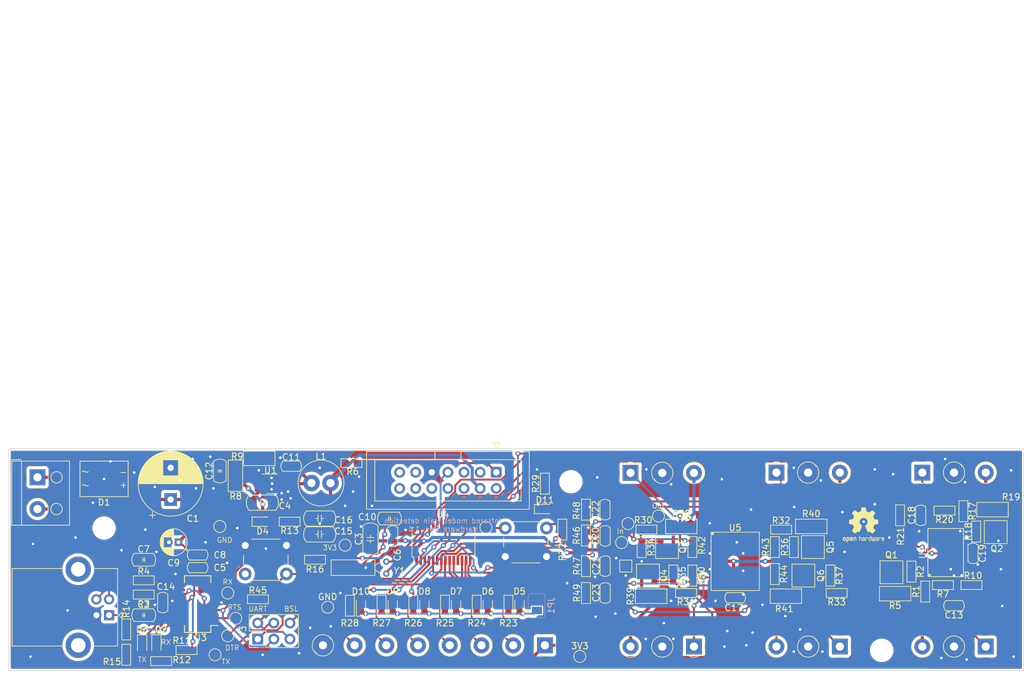
<source format=kicad_pcb>
(kicad_pcb (version 20221018) (generator pcbnew)
  (title_block (title "Infrared model train detector") (date "2023-03-18") (rev "1.1") (comment 4 "AISLER Project ID: NDRPGRWA"))
  (layers (0 "F.Cu" signal "Front") (31 "B.Cu" signal "Back") (34 "B.Paste" user) (35 "F.Paste" user) (36 "B.SilkS" user "B.Silkscreen") (37 "F.SilkS" user "F.Silkscreen") (38 "B.Mask" user) (39 "F.Mask" user) (44 "Edge.Cuts" user))
  (net 0 "")
  (net 1 "GND")
  (net 2 "+3V3")
  (net 3 "Net-(#FLG01-pwr)")
  (net 4 "/USB_D-")
  (net 5 "/USB_D+")
  (net 6 "/FT231_DTR#")
  (net 7 "/MODULE5_IN")
  (net 8 "/MODULE1_IN")
  (net 9 "/MODULE2_IN")
  (net 10 "/MODULE3_IN")
  (net 11 "/MODULE4_IN")
  (net 12 "Net-(U1-BST)")
  (net 13 "Net-(U1-SW)")
  (net 14 "Net-(U1-FB)")
  (net 15 "Net-(D1-1)")
  (net 16 "Net-(D1-2)")
  (net 17 "Net-(D2-A)")
  (net 18 "/FT231_RTS#")
  (net 19 "/MSP_UART_TX")
  (net 20 "/FT231_RX")
  (net 21 "Net-(D3-A)")
  (net 22 "Net-(D4-A)")
  (net 23 "Net-(D10-K)")
  (net 24 "Net-(D5-A)")
  (net 25 "Net-(D6-A)")
  (net 26 "Net-(D7-A)")
  (net 27 "/VUSB_SENSE")
  (net 28 "/MODULE1_STATUS")
  (net 29 "/MODULE2_STATUS")
  (net 30 "/MODULE3_STATUS")
  (net 31 "/MODULE4_STATUS")
  (net 32 "/MODULE5_STATUS")
  (net 33 "/MODULE5_OUT")
  (net 34 "/MODULE1_OUT")
  (net 35 "/MODULE2_OUT")
  (net 36 "/MODULE3_OUT")
  (net 37 "/MODULE4_OUT")
  (net 38 "/FT231_TX")
  (net 39 "/MODULE6_IN")
  (net 40 "Net-(D8-A)")
  (net 41 "Net-(D9-A)")
  (net 42 "Net-(D10-A)")
  (net 43 "Net-(D11-A)")
  (net 49 "/MODULE6_OUT")
  (net 50 "/MODULE6_STATUS")
  (net 51 "/GP_BUTTON")
  (net 52 "/GP_LED")
  (net 54 "Net-(C21-Pad1)")
  (net 55 "Net-(C22-Pad1)")
  (net 56 "Net-(C23-Pad1)")
  (net 61 "Net-(J4-Pin_1)")
  (net 62 "Net-(J4-Pin_3)")
  (net 63 "Net-(J5-VBUS)")
  (net 65 "Net-(J6-Pin_1)")
  (net 66 "Net-(J6-Pin_3)")
  (net 67 "Net-(J8-Pin_1)")
  (net 68 "Net-(C13-Pad1)")
  (net 69 "Net-(J8-Pin_3)")
  (net 70 "Net-(J9-Pin_1)")
  (net 71 "Net-(C18-Pad1)")
  (net 72 "Net-(J9-Pin_3)")
  (net 73 "Net-(C20-Pad1)")
  (net 74 "Net-(J10-Pin_1)")
  (net 75 "Net-(J10-Pin_3)")
  (net 76 "Net-(J11-Pin_1)")
  (net 77 "Net-(J11-Pin_3)")
  (net 78 "Net-(Q1-G)")
  (net 79 "Net-(Q1-D)")
  (net 80 "/RX_LED")
  (net 81 "/TX_LED")
  (net 82 "Net-(Q2-G)")
  (net 83 "Net-(Q2-D)")
  (net 84 "Net-(Q3-G)")
  (net 85 "Net-(Q3-D)")
  (net 86 "Net-(Q4-G)")
  (net 87 "Net-(Q4-D)")
  (net 88 "Net-(Q5-G)")
  (net 89 "Net-(Q5-D)")
  (net 90 "Net-(Q6-G)")
  (net 91 "Net-(Q6-D)")
  (net 96 "/FT_USB-")
  (net 97 "/FT_USB+")
  (net 99 "Net-(U4-XOUT{slash}P2.7)")
  (net 100 "Net-(U4-TA0.1{slash}XIN{slash}P2.6)")
  (net 101 "/TDO{slash}TDI")
  (net 102 "/TCK")
  (net 103 "/MSP_UART_RX")
  (footprint "TestPoint:TestPoint_Pad_D1.5mm" (layer "F.Cu") (at 113.25 62.25)
    (fp_text reference "TP2" hide)
    (fp_text value "TestPoint")
  )
  (footprint "Capacitor_SMD_Handsoldering_AKL:C_0603_1608Metric" (layer "F.Cu") (at 109.75 66.75)
    (fp_text reference "C8")
    (fp_text value "100n" hide)
  )
  (footprint "LED_SMD:LED_0603_1608Metric_Pad1.05x0.95mm_HandSolder" (layer "F.Cu") (at 140.5 74.75 90)
    (fp_text reference "D9")
    (fp_text value "LED")
  )
  (footprint "LED_SMD:LED_0603_1608Metric_Pad1.05x0.95mm_HandSolder" (layer "F.Cu") (at 120 61.5)
    (fp_text reference "D4")
    (fp_text value "LED_PWR")
  )
  (footprint "Capacitor_SMD_Handsoldering_AKL:C_1206_3216Metric" (layer "F.Cu") (at 137 64.25 90)
    (fp_text reference "C3")
    (fp_text value "10u" hide)
  )
  (footprint "Package_SO_AKL:SOIC-8_3.9x4.9mm_P1.27mm" (layer "F.Cu") (at 227.675 66.375 90)
    (fp_text reference "U2")
    (fp_text value "LM358" hide)
  )
  (footprint "Resistor_SMD_AKL:R_0603_1608Metric_Pad1.05x0.95mm_HandSolder" (layer "F.Cu") (at 220.5 60.5 90)
    (fp_text reference "R21")
    (fp_text value "10k")
  )
  (footprint "TestPoint:TestPoint_Pad_D1.5mm" (layer "F.Cu") (at 133 65.2)
    (fp_text reference "TP1" hide)
    (fp_text value "TestPoint")
  )
  (footprint "Resistor_SMD_AKL:R_0603_1608Metric_Pad1.05x0.95mm_HandSolder" (layer "F.Cu") (at 200.75 65.5 90)
    (fp_text reference "R43")
    (fp_text value "470k")
  )
  (footprint "Resistor_SMD_AKL:R_0603_1608Metric_Pad1.05x0.95mm_HandSolder" (layer "F.Cu") (at 143.75 74.75 90)
    (fp_text reference "R26")
    (fp_text value "470R")
  )
  (footprint "Capacitor_SMD_Handsoldering_AKL:C_1206_3216Metric" (layer "F.Cu") (at 119.96 58.5)
    (fp_text reference "C4")
    (fp_text value "10u" hide)
  )
  (footprint "Resistor_SMD_AKL:R_0603_1608Metric_Pad1.05x0.95mm_HandSolder" (layer "F.Cu") (at 227.5 59.75 180)
    (fp_text reference "R20")
    (fp_text value "470k")
  )
  (footprint "TerminalBlock_RND:TerminalBlock_RND_205-00013_1x03_P5.00mm_Horizontal" (layer "F.Cu") (at 211 81.2 180)
    (fp_text reference "J11" hide)
    (fp_text value "Screw_Terminal_01x03")
  )
  (footprint "TerminalBlock_RND:TerminalBlock_RND_205-00013_1x03_P5.00mm_Horizontal" (layer "F.Cu") (at 188 81.2 180)
    (fp_text reference "J9" hide)
    (fp_text value "Screw_Terminal_01x03")
  )
  (footprint "Resistor_SMD_AKL:R_1206_3216Metric_Pad1.42x1.75mm_HandSolder" (layer "F.Cu") (at 206.5 62.25 180)
    (fp_text reference "R40")
    (fp_text value "18R")
  )
  (footprint "Resistor_SMD_AKL:R_1206_3216Metric_Pad1.42x1.75mm_HandSolder" (layer "F.Cu") (at 186 62.25)
    (fp_text reference "R38")
    (fp_text value "18R")
  )
  (footprint "TerminalBlock_RND:TerminalBlock_RND_205-00013_1x03_P5.00mm_Horizontal" (layer "F.Cu") (at 201 53.75)
    (fp_text reference "J10" hide)
    (fp_text value "Screw_Terminal_01x03")
  )
  (footprint "Resistor_SMD_AKL:R_1206_3216Metric_Pad1.42x1.75mm_HandSolder" (layer "F.Cu") (at 235.075 59.6 180)
    (fp_text reference "R19")
    (fp_text value "18R")
  )
  (footprint "Resistor_SMD_AKL:R_0603_1608Metric_Pad1.05x0.95mm_HandSolder" (layer "F.Cu") (at 180.5 62.75 180)
    (fp_text reference "R30")
    (fp_text value "470R")
  )
  (footprint "Capacitor_SMD_Handsoldering_AKL:C_0603_1608Metric" (layer "F.Cu") (at 194.5 73.5)
    (fp_text reference "C17")
    (fp_text value "100n" hide)
  )
  (footprint "Resistor_SMD_AKL:R_0603_1608Metric_Pad1.05x0.95mm_HandSolder" (layer "F.Cu") (at 170.975 68.5 90)
    (fp_text reference "R47")
    (fp_text value "10k")
  )
  (footprint "TestPoint:TestPoint_Pad_D1.5mm" (layer "F.Cu") (at 114.5 79.5)
    (fp_text reference "TP6" hide)
    (fp_text value "TestPoint")
  )
  (footprint "Capacitor_SMD_Handsoldering_AKL:C_0805_2012Metric" (layer "F.Cu") (at 101.25 67.5)
    (fp_text reference "C7")
    (fp_text value "47p" hide)
  )
  (footprint "Resistor_SMD_AKL:R_0603_1608Metric_Pad1.05x0.95mm_HandSolder" (layer "F.Cu") (at 128.25 67.5)
    (fp_text reference "R16")
    (fp_text value "10k")
  )
  (footprint "Resistor_SMD_AKL:R_0603_1608Metric_Pad1.05x0.95mm_HandSolder" (layer "F.Cu") (at 164.5 55.5 90)
    (fp_text reference "R29")
    (fp_text value "470R")
  )
  (footprint "Resistor_SMD_AKL:R_0603_1608Metric_Pad1.05x0.95mm_HandSolder" (layer "F.Cu") (at 232.5 63.05 90)
    (fp_text reference "R18")
    (fp_text value "10k")
  )
  (footprint "TerminalBlock_RND:TerminalBlock_RND_205-00013_1x03_P5.00mm_Horizontal" (layer "F.Cu") (at 224 53.75)
    (fp_text reference "J6" hide)
    (fp_text value "Screw_Terminal_01x03")
  )
  (footprint "Button_Switch_THT:SW_PUSH_6mm" (layer "F.Cu") (at 164.75 67 180)
    (fp_text reference "SW1" hide)
    (fp_text value "SW_Push")
  )
  (footprint "Resistor_SMD_AKL:R_0603_1608Metric_Pad1.05x0.95mm_HandSolder" (layer "F.Cu") (at 167.25 62.75 90)
    (fp_text reference "R22")
    (fp_text value "10k")
  )
  (footprint "LED_SMD:LED_0603_1608Metric_Pad1.05x0.95mm_HandSolder" (layer "F.Cu") (at 103.25 81 -90)
    (fp_text reference "D2")
    (fp_text value "LED")
  )
  (footprint "Package_TO_SOT_SMD_AKL:SOT-23" (layer "F.Cu") (at 205.25 70 180)
    (fp_text reference "Q6")
    (fp_text value "AO3407A" hide)
  )
  (footprint "Capacitor_SMD_Handsoldering_AKL:C_0603_1608Metric" (layer "F.Cu") (at 174 72.75 90)
    (fp_text reference "C23")
    (fp_text value "33n" hide)
  )
  (footprint "Capacitor_SMD_Handsoldering_AKL:C_0603_1608Metric" (layer "F.Cu") (at 104.25 74.25 -90)
    (fp_text reference "C14")
    (fp_text value "100n" hide)
  )
  (footprint "LED_SMD:LED_0603_1608Metric_Pad1.05x0.95mm_HandSolder" (layer "F.Cu") (at 101 81 -90)
    (fp_text reference "D3")
    (fp_text value "LED")
  )
  (footprint "TerminalBlock_RND:TerminalBlock_RND_205-00013_1x03_P5.00mm_Horizontal" (layer "F.Cu") (at 234 81.2 180)
    (fp_text reference "J4" hide)
    (fp_text value "Screw_Terminal_01x03")
  )
  (footprint "Resistor_SMD_AKL:R_0603_1608Metric_Pad1.05x0.95mm_HandSolder" (layer "F.Cu") (at 187.75 65.5 90)
    (fp_text reference "R42")
    (fp_text value "470k")
  )
  (footprint "Resistor_SMD_AKL:R_0603_1608Metric_Pad1.05x0.95mm_HandSolder" (layer "F.Cu") (at 124.25 61.5 180)
    (fp_text reference "R13")
    (fp_text value "470R")
  )
  (footprint "Capacitor_SMD_Handsoldering_AKL:C_0805_2012Metric" (layer "F.Cu") (at 140 61 180)
    (fp_text reference "C10")
    (fp_text value "1n" hide)
  )
  (footprint "Capacitor_SMD_Handsoldering_AKL:C_0603_1608Metric" (layer "F.Cu") (at 229 74.75)
    (fp_text reference "C13")
    (fp_text value "33n" hide)
  )
  (footprint "Capacitor_THT_AKL:CP_Radial_D4.0mm_P1.50mm" (layer "F.Cu") (at 106.722599 64.75 180)
    (fp_text reference "C9")
    (fp_text value "4u7" hide)
  )
  (footprint "Capacitor_SMD_Handsoldering_AKL:C_0603_1608Metric" (layer "F.Cu") (at 109.75 68.75)
    (fp_text reference "C5")
    (fp_text value "100n" hide)
  )
  (footprint "LED_SMD:LED_0603_1608Metric_Pad1.05x0.95mm_HandSolder" (layer "F.Cu") (at 164.5 59.5)
    (fp_text reference "D11")
    (fp_text value "LED")
  )
  (footprint "Connector_PinHeader_2.54mm:PinHeader_2x03_P2.54mm_Vertical" (layer "F.Cu") (at 119.225 80.025 90)
    (fp_text reference "J3")
    (fp_text value "BSL_SEL")
  )
  (footprint "Package_TO_SOT_SMD_AKL:SOT-23" (layer "F.Cu") (at 206.75 65.5)
    (fp_text reference "Q5")
    (fp_text value "AO3407A" hide)
  )
  (footprint "Package_SO:SSOP-20_3.9x8.7mm_P0.635mm" (layer "F.Cu") (at 109.75 74.5 180)
    (fp_text reference "U3")
    (fp_text value "FT231XS")
  )
  (footprint "Resistor_SMD_AKL:R_0603_1608Metric_Pad1.05x0.95mm_HandSolder" (layer "F.Cu") (at 153.75 74.75 90)
    (fp_text reference "R24")
    (fp_text value "470R")
  )
  (footprint "Package_TO_SOT_SMD_AKL:SOT-23" (layer "F.Cu") (at 180.75 70 180)
    (fp_text reference "Q4")
    (fp_text value "AO3407A" hide)
  )
  (footprint "Resistor_SMD_AKL:R_0603_1608Metric_Pad1.05x0.95mm_HandSolder" (layer "F.Cu") (at 98.5 78.5 -90)
    (fp_text reference "R14")
    (fp_text value "4k7")
  )
  (footprint "Capacitor_SMD_Handsoldering_AKL:C_1206_3216Metric" (layer "F.Cu") (at 129 63.5 180)
    (fp_text reference "C15")
    (fp_text value "22u" hide)
  )
  (footprint "Resistor_SMD_AKL:R_0603_1608Metric_Pad1.05x0.95mm_HandSolder" (layer "F.Cu") (at 133.75 74.75 90)
    (fp_text reference "R28")
    (fp_text value "470R")
  )
  (footprint "MountingHole:MountingHole_3.2mm_M3_DIN965" (layer "F.Cu") (at 168.6 55.2)
    (fp_text reference "H3" hide)
    (fp_text value "MountingHole")
  )
  (footprint "Package_SO_AKL:SOIC-14_3.9x8.7mm_P1.27mm" (layer "F.Cu") (at 194.5 67.75)
    (fp_text reference "U5")
    (fp_text value "LM324A" hide)
  )
  (footprint "Resistor_SMD_AKL:R_0603_1608Metric_Pad1.05x0.95mm_HandSolder" (layer "F.Cu") (at 184.75 70 -90)
    (fp_text reference "R35")
    (fp_text value "10k")
  )
  (footprint "Resistor_SMD_AKL:R_0603_1608Metric_Pad1.05x0.95mm_HandSolder" (layer "F.Cu") (at 200.75 69.75 -90)
    (fp_text reference "R44")
    (fp_text value "470k")
  )
  (footprint "Package_TO_SOT_SMD_AKL:SOT-23" (layer "F.Cu") (at 219.1375 69.475 180)
    (fp_text reference "Q1")
    (fp_text value "AO3407A" hide)
  )
  (footprint "Resistor_SMD_AKL:R_0603_1608Metric_Pad1.05x0.95mm_HandSolder" (layer "F.Cu") (at 108 81.75)
    (fp_text reference "R11")
    (fp_text value "470R")
  )
  (footprint "TerminalBlock_RND:TerminalBlock_RND_205-00013_1x03_P5.00mm_Horizontal" (layer "F.Cu") (at 178 53.8)
    (fp_text reference "J8" hide)
    (fp_text value "Screw_Terminal_01x03")
  )
  (footprint "TerminalBlock_RND:TerminalBlock_RND_205-00007_1x08_P5.00mm_Horizontal" (layer "F.Cu") (at 164.5 81 180)
    (fp_text reference "J7" hide)
    (fp_text value "Screw_Terminal_01x08")
  )
  (footprint "Capacitor_SMD_Handsoldering_AKL:C_0603_1608Metric" (layer "F.Cu") (at 124.5 52.75)
    (fp_text reference "C11")
    (fp_text value "100n" hide)
  )
  (footprint "TestPoint:TestPoint_Pad_D1.5mm" (layer "F.Cu") (at 182.4 60.6)
    (fp_text reference "TP8" hide)
    (fp_text value "TestPoint")
  )
  (footprint "Package_TO_SOT_SMD_AKL:SOT-23" (layer "F.Cu") (at 183.75 65.5)
    (fp_text reference "Q3")
    (fp_text value "AO3407A" hide)
  )
  (footprint "Resistor_SMD_AKL:R_0603_1608Metric_Pad1.05x0.95mm_HandSolder" (layer "F.Cu") (at 170.975 59.6 -90)
    (fp_text reference "R48")
    (fp_text value "10k")
  )
  (footprint "Resistor_SMD_AKL:R_0603_1608Metric_Pad1.05x0.95mm_HandSolder" (layer "F.Cu") (at 98.5 82.5 90)
    (fp_text reference "R15")
    (fp_text value "10k")
  )
  (footprint "Resistor_SMD_AKL:R_0603_1608Metric_Pad1.05x0.95mm_HandSolder" (layer "F.Cu") (at 222.2875 69.375 -90)
    (fp_text reference "R2")
    (fp_text value "10k")
  )
  (footprint "Capacitor_SMD_Handsoldering_AKL:C_0603_1608Metric" (layer "F.Cu") (at 223.75 60.5 90)
    (fp_text reference "C18")
    (fp_text value "33n" hide)
  )
  (footprint "LED_SMD:LED_0603_1608Metric_Pad1.05x0.95mm_HandSolder" (layer "F.Cu") (at 155.5 74.75 90)
    (fp_text reference "D6")
    (fp_text value "LED")
  )
  (footprint "Resistor_SMD_AKL:R_0603_1608Metric_Pad1.05x0.95mm_HandSolder" (layer "F.Cu") (at 158.75 74.75 90)
    (fp_text reference "R23")
    (fp_text value "470R")
  )
  (footprint "Resistor_SMD_AKL:R_0603_1608Metric_Pad1.05x0.95mm_HandSolder" (layer "F.Cu") (at 138.75 74.75 90)
    (fp_text reference "R27")
    (fp_text value "470R")
  )
  (footprint "MountingHole:MountingHole_3.2mm_M3_DIN965" (layer "F.Cu") (at 95 62.5)
    (fp_text reference "H1" hide)
    (fp_text value "MountingHole")
  )
  (footprint "Capacitor_SMD_Handsoldering_AKL:C_0603_1608Metric" (layer "F.Cu") (at 174 68.5 90)
    (fp_text reference "C21")
    (fp_text value "33n" hide)
  )
  (footprint "Resistor_SMD_AKL:R_1206_3216Metric_Pad1.42x1.75mm_HandSolder" (layer "F.Cu") (at 181.25 73.25)
    (fp_text reference "R39")
    (fp_text value "18R")
  )
  (footprint "TestPoint:TestPoint_Pad_D1.5mm" (layer "F.Cu") (at 130.25 75)
    (fp_text reference "GND")
    (fp_text value "TestPoint")
  )
  (footprint "Package_TO_SOT_SMD:TSOT-23-6_HandSoldering" (layer "F.Cu") (at 121.46 55.5)
    (fp_text reference "U1")
    (fp_text value "AP63300WU")
  )
  (footprint "Resistor_SMD_AKL:R_0603_1608Metric_Pad1.05x0.95mm_HandSolder" (layer "F.Cu") (at 210.5 72.75 180)
    (fp_text reference "R33")
    (fp_text value "470R")
  )
  (footprint "Symbol:OSHW-Logo2_7.3x6mm_SilkScreen" (layer "F.Cu") (at 214.75 62)
    (fp_text reference "REF**" hide)
    (fp_text value "OSHW-Logo2_7.3x6mm_SilkScreen" hide)
  )
  (footprint "Resistor_SMD_AKL:R_0603_1608Metric_Pad1.05x0.95mm_HandSolder" (layer "F.Cu") (at 231.75 71.5)
    (fp_text reference "R10")
    (fp_text value "10k")
  )
  (footprint "Resistor_SMD_AKL:R_0603_1608Metric_Pad1.05x0.95mm_HandSolder" (layer "F.Cu") (at 170.975 72.75 90)
    (fp_text reference "R49")
    (fp_text value "10k")
  )
  (footprint "Resistor_SMD_AKL:R_0603_1608Metric_Pad1.05x0.95mm_HandSolder" (layer "F.Cu") (at 203.75 65.5 90)
    (fp_text reference "R36")
    (fp_text value "10k")
  )
  (footprint "Inductor_THT_AKL:L_Radial_D7.0mm_P3.00mm" (layer "F.Cu") (at 127.7 55.4)
    (fp_text reference "L1")
    (fp_text value "4u7" hide)
  )
  (footprint "Resistor_SMD_AKL:R_0603_1608Metric_Pad1.05x0.95mm_HandSolder" (layer "F.Cu") (at 201.75 62.75)
    (fp_text reference "R32")
    (fp_text value "470R")
  )
  (footprint "TestPoint:TestPoint_Pad_D1.5mm" (layer "F.Cu") (at 114.5 72.75)
    (fp_text reference "TP4" hide)
    (fp_text value "TestPoint")
  )
  (footprint "TestPoint:TestPoint_Pad_D1.5mm" (layer "F.Cu") (at 170 82.75)
    (fp_text reference "3V3")
    (fp_text value "TestPoint")
  )
  (footprint "TestPoint:TestPoint_Pad_D1.5mm" (layer "F.Cu") (at 112.5 82.5)
    (fp_text reference "TP3" hide)
    (fp_text value "TestPoint")
  )
  (footprint "LED_SMD:LED_0603_1608Metric_Pad1.05x0.95mm_HandSolder" (layer "F.Cu") (at 150.5 74.75 90)
    (fp_text reference "D7")
    (fp_text value "LED")
  )
  (footprint "TestPoint:TestPoint_Pad_D1.5mm" (layer "F.Cu") (at 155.2 62.4)
    (fp_text reference "TP7" hide)
    (fp_text value "TestPoint")
  )
  (footprint "Resistor_SMD_AKL:R_1206_3216Metric_Pad1.42x1.75mm_HandSolder" (layer "F.Cu") (at 115.71 54.25 90)
    (fp_text reference "R8")
    (fp_text value "93k1")
  )
  (footprint "Button_Switch_THT:SW_PUSH_6mm" (layer "F.Cu") (at 117.25 65.25)
    (fp_text reference "SW2" hide)
    (fp_text value "SW_Push")
  )
  (footprint "TestPoint:TestPoint_Pad_D1.5mm" (layer "F.Cu") (at 176.6 64.8)
    (fp_text reference "TP10" hide)
    (fp_text value "TestPoint")
  )
  (footprint "Package_SO:TSSOP-28_4.4x9.7mm_P0.65mm" (layer "F.Cu") (at 148.5 64.75 90)
    (fp_text reference "U4")
    (fp_text value "MSP430G2553IPW28")
  )
  (footprint "Connector_USB:USB_B_Lumberg_2411_02_Horizontal" (layer "F.Cu") (at 95.7875 76.25 180)
    (fp_text reference "J5" hide)
    (fp_text value "USB_B")
  )
  (footprint "Resistor_SMD_AKL:R_1206_3216Metric_Pad1.42x1.75mm_HandSolder" (layer "F.Cu") (at 119.46 51.5)
    (fp_text reference "R9")
    (fp_text value "30k1")
  )
  (footprint "Resistor_SMD_AKL:R_0603_1608Metric_Pad1.05x0.95mm_HandSolder" (layer "F.Cu") (at 104 83.5)
    (fp_text reference "R12")
    (fp_text value "470R")
  )
  (footprint "Capacitor_SMD_Handsoldering_AKL:C_0603_1608Metric" (layer "F.Cu") (at 140.5 63.75 90)
    (fp_text reference "C6")
    (fp_text value "100n" hide)
  )
  (footprint "TestPoint:TestPoint_Pad_1.5x1.5mm" (layer "F.Cu") (at 177.25 68.5)
    (fp_text reference "TP11" hide)
    (fp_text value "TestPoint")
  )
  (footprint "Capacitor_SMD_Handsoldering_AKL:C_0805_2012Metric" (layer "F.Cu") (at 113.25 53.5 90)
    (fp_text reference "C12")
    (fp_text value "56p" hide)
  )
  (footprint "Connector_IDC:IDC-Header_2x07_P2.54mm_Vertical" (layer "F.Cu") (at 156.83 53.71 -90)
    (fp_text reference "J2" hide)
    (fp_text value "JTAG")
  )
  (footprint "Diode_SMD_Handsoldering_AKL:Diode_Bridge_Diotec_ABS" (layer "F.Cu") (at 95 54.75 180)
    (fp_text reference "D1")
    (fp_text value "AB05S" hide)
  )
  (footprint "Resistor_SMD_AKL:R_0603_1608Metric_Pad1.05x0.95mm_HandSolder" (layer "F.Cu") (at 134 52.25)
    (fp_text reference "R6")
    (fp_text value "47k")
  )
  (footprint "Resistor_SMD_AKL:R_0603_1608Metric_Pad1.05x0.95mm_HandSolder" (layer "F.Cu") (at 179.75 65.5 90)
    (fp_text reference "R34")
    (fp_text value "10k")
  )
  (footprint "Resistor_SMD_AKL:R_0603_1608Metric_Pad1.05x0.95mm_HandSolder" (layer "F.Cu") (at 230.475 59.85 -90)
    (fp_text reference "R17")
    (fp_text value "470R")
  )
  (footprint "LED_SMD:LED_0603_1608Metric_Pad1.05x0.95mm_HandSolder" (layer "F.Cu") (at 160.5 74.75 90)
    (fp_text reference "D5")
    (fp_text value "LED")
  )
  (footprint "Capacitor_SMD_Handsoldering_AKL:C_0805_2012Metric" (layer "F.Cu") (at 101.25 76.25)
    (fp_text reference "C2")
    (fp_text value "47p" hide)
  )
  (footprint "Capacitor_SMD_Handsoldering_AKL:C_0603_1608Metric" (layer "F.Cu") (at 174 63.75 -90)
    (fp_text reference "C20")
    (fp_text value "33n" hide)
  )
  (footprint "Resistor_SMD_AKL:R_0603_1608Metric_Pad1.05x0.95mm_HandSolder" (layer "F.Cu") (at 101.25 70.75)
    (fp_text reference "R4")
    (fp_text value "27R")
  )
  (footprint "Resistor_SMD_AKL:R_0603_1608Metric_Pad1.05x0.95mm_HandSolder" (layer "F.Cu") (at 148.75 74.75 90)
    (fp_text reference "R25")
    (fp_text value "470R")
  )
  (footprint "Capacitor_SMD_Handsoldering_AKL:C_0603_1608Metric" (layer "F.Cu") (at 173.975 59.6 -90)
    (fp_text reference "C22")
    (fp_text value "33n" hide)
  )
  (footprint "Capacitor_SMD_Handsoldering_AKL:C_0603_1608Metric" (layer "F.Cu") (at 232 66.5 -90)
    (fp_text reference "C19")
    (fp_text value "100n" hide)
  )
  (footprint "TerminalBlock_RND:TerminalBlock_RND_205-00001_1x02_P5.00mm_Horizontal" (layer "F.Cu") (at 84.5 54.5 -90)
    (fp_text reference "J1" hide)
    (fp_text value "ST_01x02")
  )
  (footprint "Resistor_SMD_AKL:R_0603_1608Metric_Pad1.05x0.95mm_HandSolder" (layer "F.Cu") (at 186.75 72.75 180)
    (fp_text reference "R31")
    (fp_text value "470R")
  )
  (footprint "Resistor_SMD_AKL:R_1206_3216Metric_Pad1.42x1.75mm_HandSolder" (layer "F.Cu") (at 219.7125 72.85)
    (fp_text reference "R5")
    (fp_text value "18R")
  )
  (footprint "Resistor_SMD_AKL:R_0603_1608Metric_Pad1.05x0.95mm_HandSolder" (layer "F.Cu") (at 170.975 63.675 -90)
    (fp_text reference "R46")
    (fp_text value "10k")
  )
  (footprint "Resistor_SMD_AKL:R_0603_1608Metric_Pad1.05x0.95mm_HandSolder" (layer "F.Cu") (at 224.4625 72.525 90)
    (fp_text reference "R1")
    (fp_text value "470R")
  )
  (footprint "Resistor_SMD_AKL:R_0603_1608Metric_Pad1.05x0.95mm_HandSolder" (layer "F.Cu") (at 101.25 73)
    (fp_text reference "R3")
    (fp_text value "27R")
  )
  (footprint "TestPoint:TestPoint_Pad_D1.5mm" (layer "F.Cu") (at 115.75 76.75)
    (fp_text reference "TP5" hide)
    (fp_text value "TestPoint")
  )
  (footprint "Resistor_SMD_AKL:R_1206_3216Metric_Pad1.42x1.75mm_HandSolder" (layer "F.Cu") (at 202.5 73.25 180)
    (fp_text reference "R41")
    (fp_text value "18R")
  )
  (footprint "Resistor_SMD_AKL:R_0603_1608Metric_Pad1.05x0.95mm_HandSolder" (layer "F.Cu") (at 187.75 70 -90)
    (fp_text reference "R50")
    (fp_text value "470k")
  )
  (footprint "TestPoint:TestPoint_Pad_D1.5mm" (layer "F.Cu") (at 177.6 61.8)
    (fp_text reference "TP9" hide)
    (fp_text value "TestPoint")
  )
  (footprint "Package_TO_SOT_SMD_AKL:SOT-23" (layer "F.Cu") (at 235.575 63.15)
    (fp_text reference "Q2")
    (fp_text value "AO3407A" hide)
  )
  (footprint "Crystal:Crystal_C26-LF_D2.1mm_L6.5mm_Horizontal" (layer "F.Cu") (at 139.5 67.8 -90)
    (fp_text reference "Y1")
    (fp_text value "32768Hz")
  )
  (footprint "Capacitor_THT_AKL:CP_Radial_D10.0mm_P5.00mm" (layer "F.Cu") (at 105.5 58 90)
    (fp_text reference "C1")
    (fp_text value "470u" hide)
  )
  (footprint "Resistor_SMD_AKL:R_0603_1608Metric_Pad1.05x0.95mm_HandSolder" (layer "F.Cu") (at 227.25 71.5 180)
    (fp_text reference "R7")
    (fp_text value "470k")
  )
  (footprint "LED_SMD:LED_0603_1608Metric_Pad1.05x0.95mm_HandSolder" (layer "F.Cu") (at 145.5 74.75 90)
    (fp_text reference "D8")
    (fp_text value "LED")
  )
  (footprint "Resistor_SMD_AKL:R_0603_1608Metric_Pad1.05x0.95mm_HandSolder" (layer "F.Cu") (at 209.5 70 -90)
    (fp_text reference "R37")
    (fp_text value "10k")
  )
  (footprint "Resistor_SMD_AKL:R_0603_1608Metric_Pad1.05x0.95mm_HandSolder" (layer "F.Cu") (at 119.25 73.75)
    (fp_text reference "R45")
    (fp_text value "10k")
  )
  (footprint "Capacitor_SMD_Handsoldering_AKL:C_1206_3216Metric" (layer "F.Cu") (at 129 61 180)
    (fp_text reference "C16")
    (fp_text value "22u" hide)
  )
  (footprint "LED_SMD:LED_0603_1608Metric_Pad1.05x0.95mm_HandSolder" (layer "F.Cu") (at 135.5 74.75 90)
    (fp_text reference "D10")
    (fp_text value "LED")
  )
  (footprint "MountingHole:MountingHole_3.2mm_M3_DIN965" (layer "F.Cu") (at 217.6 81.8)
    (fp_text reference "H2" hide)
    (fp_text value "MountingHole")
  )
  (footprint "4ms_SolderJumper:JUMPER_SMD_1x2" (layer "B.Cu") (at 163.25 74.75 -90)
    (fp_text reference "JP1")
    (fp_text value "Jumper_2_Open")
  )
  (gr_rect (start 80 50) (end 240 85) (stroke (width 0.1)) (fill none) (layer "Edge.Cuts"))
  (gr_text "Infrared model train detection\nHardware Rev. 1.1" (at 148.4 62) (layer "B.SilkS") (effects (font (size 0.8 0.8) (thickness 0.1)) (justify mirror)))
  (gr_text "GND" (at 114 64.4) (layer "F.SilkS") (effects (font (size 0.8 0.8) (thickness 0.1))))
  (gr_text "TX" (at 101 83.25) (layer "F.SilkS") (effects (font (size 0.8 0.8) (thickness 0.1))))
  (gr_text "In" (at 176.4 63) (layer "F.SilkS") (effects (font (size 0.8 0.8) (thickness 0.1))))
  (gr_text "DTR" (at 115.2 81.4) (layer "F.SilkS") (effects (font (size 0.8 0.8) (thickness 0.1))))
  (gr_text "Out" (at 182.4 59) (layer "F.SilkS") (effects (font (size 0.8 0.8) (thickness 0.1))))
  (gr_text "3V3" (at 130.6 65.6) (layer "F.SilkS") (effects (font (size 0.8 0.8) (thickness 0.1))))
  (gr_text "BSL" (at 124.5 75.25) (layer "F.SilkS") (effects (font (size 0.8 0.8) (thickness 0.1))))
  (gr_text "RX" (at 104.75 80.5) (layer "F.SilkS") (effects (font (size 0.8 0.8) (thickness 0.1))))
  (gr_text "TX" (at 114.2 83.6) (layer "F.SilkS") (effects (font (size 0.8 0.8) (thickness 0.1))))
  (gr_text "RTS" (at 115.6 75) (layer "F.SilkS") (effects (font (size 0.8 0.8) (thickness 0.1))))
  (gr_text "UART" (at 119.25 75.25) (layer "F.SilkS") (effects (font (size 0.8 0.8) (thickness 0.1))))
  (gr_text "RX" (at 114.5 71) (layer "F.SilkS") (effects (font (size 0.8 0.8) (thickness 0.1))))
  (segment (start 192.025 69.02) (end 192.045 69) (width 0.3) (layer "F.Cu") (net 1))
  (segment (start 191.92 69.125) (end 192.025 69.02) (width 0.3) (layer "F.Cu") (net 1))
  (segment (start 104.4575 74.8175) (end 104.25 75.025) (width 0.3) (layer "F.Cu") (net 1))
  (segment (start 191.92 66.375) (end 192.025 66.48) (width 0.3) (layer "F.Cu") (net 1))
  (segment (start 142.358772 62.975) (end 142.533272 62.8005) (width 0.3) (layer "F.Cu") (net 1))
  (segment (start 197.08 66.375) (end 196.975 66.48) (width 0.3) (layer "F.Cu") (net 1))
  (segment (start 107.15 74.8175) (end 104.4575 74.8175) (width 0.3) (layer "F.Cu") (net 1))
  (segment (start 228.5 69) (end 228.5 69.2025) (width 0.3) (layer "F.Cu") (net 1))
  (segment (start 228.375 69.0775) (end 228.2975 69) (width 0.3) (layer "F.Cu") (net 1))
  (segment (start 197.08 69.125) (end 196.975 69.02) (width 0.3) (layer "F.Cu") (net 1))
  (segment (start 143.362 62.8005) (end 142.533272 62.8005) (width 0.3) (layer "F.Cu") (net 1))
  (segment (start 140.5 62.975) (end 142.358772 62.975) (width 0.3) (layer "F.Cu") (net 1))
  (segment (start 228.2975 69) (end 228.5 69) (width 0.3) (layer "F.Cu") (net 1))
  (segment (start 144.275 61.8875) (end 143.362 62.8005) (width 0.3) (layer "F.Cu") (net 1))
  (segment (start 112.35 74.1825) (end 113.4325 74.1825) (width 0.5) (layer "F.Cu") (net 1))
  (segment (start 228.5 69.2025) (end 228.31 69.0125) (width 0.3) (layer "F.Cu") (net 1))
  (segment (start 113.4325 74.1825) (end 113.5 74.25) (width 0.5) (layer "F.Cu") (net 1))
  (via (at 229 70) (size 0.8) (drill 0.4) (layers "F.Cu" "B.Cu") (net 1))
  (via (at 124.4 57.8) (size 0.8) (drill 0.4) (layers "F.Cu" "B.Cu") (net 1))
  (via (at 180.4 80) (size 0.8) (drill 0.4) (layers "F.Cu" "B.Cu") (net 1))
  (via (at 195.75 66.5) (size 0.8) (drill 0.4) (layers "F.Cu" "B.Cu") (net 1))
  (via (at 120 82.5) (size 0.8) (drill 0.4) (layers "F.Cu" "B.Cu") (net 1))
  (via (at 214.75 61.5) (size 0.8) (drill 0.4) (layers "F.Cu" "B.Cu") (net 1))
  (via (at 119.4 53.4) (size 0.8) (drill 0.4) (layers "F.Cu" "B.Cu") (net 1))
  (via (at 132.25 72.75) (size 0.8) (drill 0.4) (layers "F.Cu" "B.Cu") (net 1))
  (via (at 171.6 59.2) (size 0.8) (drill 0.4) (layers "F.Cu" "B.Cu") (net 1))
  (via (at 163.25 53.25) (size 0.8) (drill 0.4) (layers "F.Cu" "B.Cu") (net 1))
  (via (at 125.75 82.25) (size 0.8) (drill 0.4) (layers "F.Cu" "B.Cu") (net 1))
  (via (at 227 83) (size 0.8) (drill 0.4) (layers "F.Cu" "B.Cu") (net 1))
  (via (at 135.5 62.25) (size 0.8) (drill 0.4) (layers "F.Cu" "B.Cu") (net 1))
  (via (at 197.25 79) (size 0.8) (drill 0.4) (layers "F.Cu" "B.Cu") (net 1))
  (via (at 238 53.4) (size 0.8) (drill 0.4) (layers "F.Cu" "B.Cu") (net 1))
  (via (at 231 64) (size 0.8) (drill 0.4) (layers "F.Cu" "B.Cu") (net 1))
  (via (at 111.75 51.25) (size 0.8) (drill 0.4) (layers "F.Cu" "B.Cu") (net 1))
  (via (at 180.5 53.25) (size 0.8) (drill 0.4) (layers "F.Cu" "B.Cu") (net 1))
  (via (at 195.75 73) (size 0.8) (drill 0.4) (layers "F.Cu" "B.Cu") (net 1))
  (via (at 172.75 54.5) (size 0.8) (drill 0.4) (layers "F.Cu" "B.Cu") (net 1))
  (via (at 103 56) (size 0.8) (drill 0.4) (layers "F.Cu" "B.Cu") (net 1))
  (via (at 190.5 66.5) (size 0.8) (drill 0.4) (layers "F.Cu" "B.Cu") (net 1))
  (via (at 116 62.5) (size 0.8) (drill 0.4) (layers "F.Cu" "B.Cu") (net 1))
  (via (at 211.4 60) (size 0.8) (drill 0.4) (layers "F.Cu" "B.Cu") (net 1))
  (via (at 109.5 56.25) (size 0.8) (drill 0.4) (layers "F.Cu" "B.Cu") (net 1))
  (via (at 111 64.75) (size 0.8) (drill 0.4) (layers "F.Cu" "B.Cu") (net 1))
  (via (at 112.25 56.25) (size 0.8) (drill 0.4) (layers "F.Cu" "B.Cu") (net 1))
  (via (at 203.8 59.2) (size 0.8) (drill 0.4) (layers "F.Cu" "B.Cu") (net 1))
  (via (at 134.25 56.75) (size 0.8) (drill 0.4) (layers "F.Cu" "B.Cu") (net 1))
  (via (at 103.25 66.25) (size 0.8) (drill 0.4) (layers "F.Cu" "B.Cu") (net 1))
  (via (at 133 59) (size 0.8) (drill 0.4) (layers "F.Cu" "B.Cu") (net 1))
  (via (at 96 52) (size 0.8) (drill 0.4) (layers "F.Cu" "B.Cu") (net 1))
  (via (at 168 71.2) (size 0.8) (drill 0.4) (layers "F.Cu" "B.Cu") (net 1))
  (via (at 197 59.6) (size 0.8) (drill 0.4) (layers "F.Cu" "B.Cu") (net 1))
  (via (at 202.4 76.4) (size 0.8) (drill 0.4) (layers "F.Cu" "B.Cu") (net 1))
  (via (at 177.25 70) (size 0.8) (drill 0.4) (layers "F.Cu" "B.Cu") (net 1))
  (via (at 109 51.6) (size 0.8) (drill 0.4) (layers "F.Cu" "B.Cu") (net 1))
  (via (at 123 58) (size 0.8) (drill 0.4) (layers "F.Cu" "B.Cu") (net 1))
  (via (at 191.4 74) (size 0.8) (drill 0.4) (layers "F.Cu" "B.Cu") (net 1))
  (via (at 175.6 76) (size 0.8) (drill 0.4) (layers "F.Cu" "B.Cu") (net 1))
  (via (at 232.75 68.25) (size 0.8) (drill 0.4) (layers "F.Cu" "B.Cu") (net 1))
  (via (at 195.75 69.25) (size 0.8) (drill 0.4) (layers "F.Cu" "B.Cu") (net 1))
  (via (at 184.75 80) (size 0.8) (drill 0.4) (layers "F.Cu" "B.Cu") (net 1))
  (via (at 137.25 59) (size 0.8) (drill 0.4) (layers "F.Cu" "B.Cu") (net 1))
  (via (at 179.75 67.75) (size 0.8) (drill 0.4) (layers "F.Cu" "B.Cu") (net 1))
  (via (at 99.75 53.75) (size 0.8) (drill 0.4) (layers "F.Cu" "B.Cu") (net 1))
  (via (at 129 53) (size 0.8) (drill 0.4) (layers "F.Cu" "B.Cu") (net 1))
  (via (at 231 83.25) (size 0.8) (drill 0.4) (layers "F.Cu" "B.Cu") (net 1))
  (via (at 196.25 81) (size 0.8) (drill 0.4) (layers "F.Cu" "B.Cu") (net 1))
  (via (at 121.5 55.5) (size 0.8) (drill 0.4) (layers "F.Cu" "B.Cu") (net 1))
  (via (at 106.25 69.75) (size 0.8) (drill 0.4) (layers "F.Cu" "B.Cu") (net 1))
  (via (at 121.4 56.4) (size 0.8) (drill 0.4) (layers "F.Cu" "B.Cu") (net 1))
  (via (at 203.75 82) (size 0.8) (drill 0.4) (layers "F.Cu" "B.Cu") (net 1))
  (via (at 204.75 78.5) (size 0.8) (drill 0.4) (layers "F.Cu" "B.Cu") (net 1))
  (via (at 236 64.5) (size 0.8) (drill 0.4) (layers "F.Cu" "B.Cu") (net 1))
  (via (at 190.5 61.75) (size 0.8) (drill 0.4) (layers "F.Cu" "B.Cu") (net 1))
  (via (at 183.25 77.5) (size 0.8) (drill 0.4) (layers "F.Cu" "B.Cu") (net 1))
  (via (at 192.8 81.2) (size 0.8) (drill 0.4) (layers "F.Cu" "B.Cu") (net 1))
  (via (at 105.75 74) (size 0.8) (drill 0.4) (layers "F.Cu" "B.Cu") (net 1))
  (via (at 83.4 82.8) (size 0.8) (drill 0.4) (layers "F.Cu" "B.Cu") (net 1))
  (via (at 194.75 64.75) (size 0.8) (drill 0.4) (layers "F.Cu" "B.Cu") (net 1))
  (via (at 124 56.75) (size 0.8) (drill 0.4) (layers "F.Cu" "B.Cu") (net 1))
  (via (at 230.2 70) (size 0.8) (drill 0.4) (layers "F.Cu" "B.Cu") (net 1))
  (via (at 163.4 58.8) (size 0.8) (drill 0.4) (layers "F.Cu" "B.Cu") (net 1))
  (via (at 175.75 67.25) (size 0.8) (drill 0.4) (layers "F.Cu" "B.Cu") (net 1))
  (via (at 90.5 64) (size 0.8) (drill 0.4) (layers "F.Cu" "B.Cu") (net 1))
  (via (at 107 55) (size 0.8) (drill 0.4) (layers "F.Cu" "B.Cu") (net 1))
  (via (at 120.5 65.75) (size 0.8) (drill 0.4) (layers "F.Cu" "B.Cu") (net 1))
  (via (at 129 61.8) (size 0.8) (drill 0.4) (layers "F.Cu" "B.Cu") (net 1))
  (via (at 172.5 76.5) (size 0.8) (drill 0.4) (layers "F.Cu" "B.Cu") (net 1))
  (via (at 121.4 54.6) (size 0.8) (drill 0.4) (layers "F.Cu" "B.Cu") (net 1))
  (via (at 95 54.75) (size 0.8) (drill 0.4) (layers "F.Cu" "B.Cu") (net 1))
  (via (at 238.4 82.8) (size 0.8) (drill 0.4) (layers "F.Cu" "B.Cu") (net 1))
  (via (at 192.4 54.8) (size 0.8) (drill 0.4) (layers "F.Cu" "B.Cu") (net 1))
  (via (at 216.5 53.25) (size 0.8) (drill 0.4) (layers "F.Cu" "B.Cu") (net 1))
  (via (at 89.25 75.5) (size 0.8) (drill 0.4) (layers "F.Cu" "B.Cu") (net 1))
  (via (at 190.5 69) (size 0.8) (drill 0.4) (layers "F.Cu" "B.Cu") (net 1))
  (via (at 103 74.6) (size 0.8) (drill 0.4) (layers "F.Cu" "B.Cu") (net 1))
  (via (at 171.3005 62.433262) (size 0.8) (drill 0.4) (layers "F.Cu" "B.Cu") (net 1))
  (via (at 219.4 54) (size 0.8) (drill 0.4) (layers "F.Cu" "B.Cu") (net 1))
  (via (at 230 63) (size 0.8) (drill 0.4) (layers "F.Cu" "B.Cu") (net 1))
  (via (at 227.6 51.6) (size 0.8) (drill 0.4) (layers "F.Cu" "B.Cu") (net 1))
  (via (at 142.533272 62.8005) (size 0.8) (drill 0.4) (layers "F.Cu" "B.Cu") (net 1))
  (via (at 123 57) (size 0.8) (drill 0.4) (layers "F.Cu" "B.Cu") (net 1))
  (via (at 193.25 78.75) (size 0.8) (drill 0.4) (layers "F.Cu" "B.Cu") (net 1))
  (via (at 236.4 69) (size 0.8) (drill 0.4) (layers "F.Cu" "B.Cu") (net 1))
  (via (at 230.75 55.25) (size 0.8) (drill 0.4) (layers "F.Cu" "B.Cu") (net 1))
  (via (at 136.25 68.75) (size 0.8) (drill 0.4) (layers "F.Cu" "B.Cu") (net 1))
  (via (at 93.25 58.5) (size 0.8) (drill 0.4) (layers "F.Cu" "B.Cu") (net 1))
  (via (at 97.75 66) (size 0.8) (drill 0.4) (layers "F.Cu" "B.Cu") (net 1))
  (via (at 127.5 78.25) (size 0.8) (drill 0.4) (layers "F.Cu" "B.Cu") (net 1))
  (via (at 208 55) (size 0.8) (drill 0.4) (layers "F.Cu" "B.Cu") (net 1))
  (via (at 83.8 65) (size 0.8) (drill 0.4) (layers "F.Cu" "B.Cu") (net 1))
  (via (at 216.5 58.75) (size 0.8) (drill 0.4) (layers "F.Cu" "B.Cu") (net 1))
  (via (at 208.25 82) (size 0.8) (drill 0.4) (layers "F.Cu" "B.Cu") (net 1))
  (via (at 135.2 54.4) (size 0.8) (drill 0.4) (layers "F.Cu" "B.Cu") (net 1))
  (via (at 114.4 68) (size 0.8) (drill 0.4) (layers "F.Cu" "B.Cu") (net 1))
  (via (at 236.6 74.8) (size 0.8) (drill 0.4) (layers "F.Cu" "B.Cu") (net 1))
  (via (at 101.5 62.75) (size 0.8) (drill 0.4) (layers "F.Cu" "B.Cu") (net 1))
  (via (at 223.5 63) (size 0.8) (drill 0.4) (layers "F.Cu" "B.Cu") (net 1))
  (via (at 228.5 69) (size 0.8) (drill 0.4) (layers "F.Cu" "B.Cu") (net 1))
  (via (at 130.75 78) (size 0.8) (drill 0.4) (layers "F.Cu" "B.Cu") (net 1))
  (via (at 113.5 74.25) (size 0.8) (drill 0.4) (layers "F.Cu" "B.Cu") (net 1))
  (via (at 198.8 74.6) (size 0.8) (drill 0.4) (layers "F.Cu" "B.Cu") (net 1))
  (via (at 172.4 70.2) (size 0.8) (drill 0.4) (layers "F.Cu" "B.Cu") (net 1))
  (via (at 122 57.25) (size 0.8) (drill 0.4) (layers "F.Cu" "B.Cu") (net 1))
  (via (at 184.4 74) (size 0.8) (drill 0.4) (layers "F.Cu" "B.Cu") (net 1))
  (via (at 218.8 64) (size 0.8) (drill 0.4) (layers "F.Cu" "B.Cu") (net 1))
  (via (at 211.75 66.25) (size 0.8) (drill 0.4) (layers "F.Cu" "B.Cu") (net 1))
  (via (at 203.75 53) (size 0.8) (drill 0.4) (layers "F.Cu" "B.Cu") (net 1))
  (via (at 122.8 51.4) (size 0.8) (drill 0.4) (layers "F.Cu" "B.Cu") (net 1))
  (via (at 184.4 55.6) (size 0.8) (drill 0.4) (layers "F.Cu" "B.Cu") (net 1))
  (segment (start 106.722599 64.75) (end 106.975 64.75) (width 0.3) (layer "F.Cu") (net 2))
  (segment (start 108.5 83.65) (end 105.025 83.65) (width 0.5) (layer "F.Cu") (net 2))
  (segment (start 129.175 64.8) (end 130.475 63.5) (width 0.3) (layer "F.Cu") (net 2))
  (segment (start 137 65.725) (end 138.2 64.525) (width 0.5) (layer "F.Cu") (net 2))
  (segment (start 106.975 64.75) (end 108.975 66.75) (width 0.3) (layer "F.Cu") (net 2))
  (segment (start 144.275 65.684422) (end 145.402027 64.557395) (width 0.5) (layer "F.Cu") (net 2))
  (segment (start 133 65.2) (end 136.475 65.2) (width 0.5) (layer "F.Cu") (net 2))
  (segment (start 184.75 69.125) (end 181.825 69.125) (width 0.5) (layer "F.Cu") (net 2))
  (segment (start 194.25 67.75) (end 194.25 72.975) (width 0.5) (layer "F.Cu") (net 2))
  (segment (start 125.125 61.5) (end 125.125 62.994239) (width 0.3) (layer "F.Cu") (net 2))
  (segment (start 104.25 73.475) (end 104.8125 72.9125) (width 0.3) (layer "F.Cu") (net 2))
  (segment (start 181.825 69.125) (end 181.75 69.05) (width 0.5) (layer "F.Cu") (net 2))
  (segment (start 181.75 69.05) (end 181.75 67.45) (width 0.5) (layer "F.Cu") (net 2))
  (segment (start 206.25 69.05) (end 206.25 66.95) (width 0.5) (layer "F.Cu") (net 2))
  (segment (start 222.2875 68.5) (end 220.1625 68.5) (width 0.5) (layer "F.Cu") (net 2))
  (segment (start 232.675 64.1) (end 232.5 63.925) (width 0.5) (layer "F.Cu") (net 2))
  (segment (start 202.375 67.75) (end 203.75 66.375) (width 0.5) (layer "F.Cu") (net 2))
  (segment (start 120.840761 59.8) (end 120 59.8) (width 0.5) (layer "F.Cu") (net 2))
  (segment (start 136.475 65.2) (end 137 65.725) (width 0.5) (layer "F.Cu") (net 2))
  (segment (start 140.525 64.5) (end 140.5 64.525) (width 0.5) (layer "F.Cu") (net 2))
  (segment (start 210.1 68.525) (end 209.5 69.125) (width 0.5) (layer "F.Cu") (net 2))
  (segment (start 110.8 75.5025) (end 110.8 73.6) (width 0.3) (layer "F.Cu") (net 2))
  (segment (start 108.4 72.4) (end 107.8875 72.9125) (width 0.3) (layer "F.Cu") (net 2))
  (segment (start 232.5 65.225) (end 232 65.725) (width 0.5) (layer "F.Cu") (net 2))
  (segment (start 126.930761 64.8) (end 129.175 64.8) (width 0.3) (layer "F.Cu") (net 2))
  (segment (start 130.7 60.775) (end 130.475 61) (width 0.5) (layer "F.Cu") (net 2))
  (segment (start 222.2875 68.5) (end 225.77 65.0175) (width 0.5) (layer "F.Cu") (net 2))
  (segment (start 112.35 76.0875) (end 111.385 76.0875) (width 0.3) (layer "F.Cu") (net 2))
  (segment (start 194.25 72.975) (end 193.725 73.5) (width 0.5) (layer "F.Cu") (net 2))
  (segment (start 120 58.75) (end 120 59.8) (width 0.5) (layer "F.Cu") (net 2))
  (segment (start 122.029239 59.8) (end 120.840761 59.8) (width 0.5) (layer "F.Cu") (net 2))
  (segment (start 111.385 76.0875) (end 110.8 75.5025) (width 0.3) (layer "F.Cu") (net 2))
  (segment (start 170.219336 65.9505) (end 179.3255 65.9505) (width 0.5) (layer "F.Cu") (net 2))
  (segment (start 168.25 81) (end 170 82.75) (width 0.5) (layer "F.Cu") (net 2))
  (segment (start 108.975 66.75) (end 108.975 68.75) (width 0.3) (layer "F.Cu") (net 2))
  (segment (start 161.85 83.65) (end 164.5 81) (width 0.5) (layer "F.Cu") (net 2))
  (segment (start 108.975 68.75) (end 109.1995 68.9745) (width 0.3) (layer "F.Cu") (net 2))
  (segment (start 133 65.2) (end 132.175 65.2) (width 0.5) (layer "F.Cu") (net 2))
  (segment (start 105.025 83.65) (end 104.875 83.5) (width 0.5) (layer "F.Cu") (net 2))
  (segment (start 130.75 60.725) (end 130.475 61) (width 0.5) (layer "F.Cu") (net 2))
  (segment (start 169.769836 66.4) (end 170.219336 65.9505) (width 0.5) (layer "F.Cu") (net 2))
  (segment (start 107.8875 72.9125) (end 107.15 72.9125) (width 0.3) (layer "F.Cu") (net 2))
  (segment (start 109.1995 73.098) (end 108.84875 73.44875) (width 0.3) (layer "F.Cu") (net 2))
  (segment (start 138.2 64.525) (end 140.5 64.525) (width 0.5) (layer "F.Cu") (net 2))
  (segment (start 205.75 66.45) (end 203.825 66.45) (width 0.5) (layer "F.Cu") (net 2))
  (segment (start 132.175 65.2) (end 130.475 63.5) (width 0.5) (layer "F.Cu") (net 2))
  (segment (start 108.84875 73.44875) (end 108.115 74.1825) (width 0.3) (layer "F.Cu") (net 2))
  (segment (start 209.5 69.125) (end 206.325 69.125) (width 0.5) (layer "F.Cu") (net 2))
  (segment (start 234.575 64.1) (end 232.675 64.1) (width 0.5) (layer "F.Cu") (net 2))
  (segment (start 226.4775 65.725) (end 225.77 65.0175) (width 0.5) (layer "F.Cu") (net 2))
  (segment (start 225.77 64.382817) (end 225.77 63.9) (width 0.5) (layer "F.Cu") (net 2))
  (segment (start 206.25 66.95) (end 205.75 66.45) (width 0.5) (layer "F.Cu") (net 2))
  (segment (start 108.5 83.65) (end 161.85 83.65) (width 0.5) (layer "F.Cu") (net 2))
  (segment (start 130.7 55.4) (end 130.7 54.675) (width 0.5) (layer "F.Cu") (net 2))
  (segment (start 108.5 82.125) (end 108.875 81.75) (width 0.5) (layer "F.Cu") (net 2))
  (segment (start 179.75 66.375) (end 182.675 66.375) (width 0.5) (layer "F.Cu") (net 2))
  (segment (start 104.8125 72.9125) (end 107.15 72.9125) (width 0.3) (layer "F.Cu") (net 2))
  (segment (start 181.75 67.45) (end 182.75 66.45) (width 0.5) (layer "F.Cu") (net 2))
  (segment (start 130.7 55.4) (end 130.7 59.3) (width 0.5) (layer "F.Cu") (net 2))
  (segment (start 179.3255 65.9505) (end 179.75 66.375) (width 0.5) (layer "F.Cu") (net 2))
  (segment (start 199.25 67.75) (end 202.375 67.75) (width 0.5) (layer "F.Cu") (net 2))
  (segment (start 113.25 54.45) (end 114.4225 54.45) (width 0.5) (layer "F.Cu") (net 2))
  (segment (start 114.4225 54.45) (end 115.71 55.7375) (width 0.5) (layer "F.Cu") (net 2))
  (segment (start 130.7 59.3) (end 122.529239 59.3) (width 0.5) (layer "F.Cu") (net 2))
  (segment (start 225.77 65.0175) (end 225.77 63.9) (width 0.5) (layer "F.Cu") (net 2))
  (segment (start 115.71 55.7375) (end 117.2375 55.7375) (width 0.5) (layer "F.Cu") (net 2))
  (segment (start 125.125 62.994239) (end 126.930761 64.8) (width 0.3) (layer "F.Cu") (net 2))
  (segment (start 108.875 81.75) (end 108.875 80.525) (width 0.3) (layer "F.Cu") (net 2))
  (segment (start 206.325 69.125) (end 206.25 69.05) (width 0.5) (layer "F.Cu") (net 2))
  (segment (start 167.25 63.625) (end 166.735564 63.625) (width 0.3) (layer "F.Cu") (net 2))
  (segment (start 166.735564 63.625) (end 166.180282 64.180282) (width 0.3) (layer "F.Cu") (net 2))
  (segment (start 220.1375 68.525) (end 210.1 68.525) (width 0.5) (layer "F.Cu") (net 2))
  (segment (start 130.7 59.3) (end 130.7 60.775) (width 0.5) (layer "F.Cu") (net 2))
  (segment (start 108.115 74.1825) (end 107.15 74.1825) (width 0.3) (layer "F.Cu") (net 2))
  (segment (start 107.15 73.5475) (end 107.15 74.1825) (width 0.3) (layer "F.Cu") (net 2))
  (segment (start 168 66.4) (end 169.769836 66.4) (width 0.5) (layer "F.Cu") (net 2))
  (segment (start 130.7 54.675) (end 133.125 52.25) (width 0.5) (layer "F.Cu") (net 2))
  (segment (start 203.825 66.45) (end 203.75 66.375) (width 0.5) (layer "F.Cu") (net 2))
  (segment (start 109.1995 68.9745) (end 109.1995 73.098) (width 0.3) (layer "F.Cu") (net 2))
  (segment (start 142.5 64.5) (end 140.525 64.5) (width 0.5) (layer "F.Cu") (net 2))
  (segment (start 232 65.725) (end 226.4775 65.725) (width 0.5) (layer "F.Cu") (net 2))
  (segment (start 186.125 67.75) (end 184.75 69.125) (width 0.5) (layer "F.Cu") (net 2))
  (segment (start 120 59.8) (end 111.672599 59.8) (width 0.5) (layer "F.Cu") (net 2))
  (segment (start 117.2375 55.7375) (end 117.75 56.25) (width 0.5) (layer "F.Cu") (net 2))
  (segment (start 111.672599 59.8) (end 106.722599 64.75) (width 0.5) (layer "F.Cu") (net 2))
  (segment (start 164.5 81) (end 168.25 81) (width 0.5) (layer "F.Cu") (net 2))
  (segment (start 122.529239 59.3) (end 122.029239 59.8) (width 0.5) (layer "F.Cu") (net 2))
  (segment (start 107.15 73.5475) (end 107.15 72.9125) (width 0.3) (layer "F.Cu") (net 2))
  (segment (start 108.5 83.65) (end 108.5 82.125) (width 0.5) (layer "F.Cu") (net 2))
  (segment (start 192.025 67.75) (end 186.125 67.75) (width 0.5) (layer "F.Cu") (net 2))
  (segment (start 182.675 66.375) (end 182.75 66.45) (width 0.5) (layer "F.Cu") (net 2))
  (segment (start 192.025 67.75) (end 194.25 67.75) (width 0.5) (layer "F.Cu") (net 2))
  (segment (start 220.1625 68.5) (end 220.1375 68.525) (width 0.5) (layer "F.Cu") (net 2))
  (segment (start 232.5 63.925) (end 232.5 65.225) (width 0.5) (layer "F.Cu") (net 2))
  (segment (start 108.875 80.525) (end 109 80.4) (width 0.3) (layer "F.Cu") (net 2))
  (segment (start 144.275 67.6125) (end 144.275 65.684422) (width 0.5) (layer "F.Cu") (net 2))
  (segment (start 130.475 61) (end 130.475 63.5) (width 0.5) (layer "F.Cu") (net 2))
  (via (at 108.4 72.4) (size 0.8) (drill 0.4) (layers "F.Cu" "B.Cu") (net 2))
  (via (at 142.5 64.5) (size 0.8) (drill 0.4) (layers "F.Cu" "B.Cu") (net 2))
  (via (at 110.8 73.6) (size 0.8) (drill 0.4) (layers "F.Cu" "B.Cu") (net 2))
  (via (at 194.25 67.75) (size 0.8) (drill 0.4) (layers "F.Cu" "B.Cu") (net 2))
  (via (at 120 58.75) (size 0.8) (drill 0.4) (layers "F.Cu" "B.Cu") (net 2))
  (via (at 108.84875 73.44875) (size 0.8) (drill 0.4) (layers "F.Cu" "B.Cu") (net 2))
  (via (at 166.180282 64.180282) (size 0.8) (drill 0.4) (layers "F.Cu" "B.Cu") (net 2))
  (via (at 145.402027 64.557395) (size 0.8) (drill 0.4) (layers "F.Cu" "B.Cu") (net 2))
  (via (at 168 66.4) (size 0.8) (drill 0.4) (layers "F.Cu" "B.Cu") (net 2))
  (via (at 117.75 56.25) (size 0.8) (drill 0.4) (layers "F.Cu" "B.Cu") (net 2))
  (via (at 199.25 67.75) (size 0.8) (drill 0.4) (layers "F.Cu" "B.Cu") (net 2))
  (via (at 109 80.4) (size 0.8) (drill 0.4) (layers "F.Cu" "B.Cu") (net 2))
  (segment (start 109.6 72.4) (end 108.4 72.4) (width 0.3) (layer "B.Cu") (net 2))
  (segment (start 154.29 56.25) (end 153.04 55) (width 0.5) (layer "B.Cu") (net 2))
  (segment (start 194.25 67.75) (end 199.25 67.75) (width 0.5) (layer "B.Cu") (net 2))
  (segment (start 151 51) (end 135.1 51) (width 0.5) (layer "B.Cu") (net 2))
  (segment (start 146.732646 64.000999) (end 146.17625 64.557395) (width 0.5) (layer "B.Cu") (net 2))
  (segment (start 146.17625 64.557395) (end 145.402027 64.557395) (width 0.5) (layer "B.Cu") (net 2))
  (segment (start 165.9 64.460564) (end 166.180282 64.180282) (width 0.3) (layer "B.Cu") (net 2))
  (segment (start 135.1 51) (end 130.7 55.4) (width 0.5) (layer "B.Cu") (net 2))
  (segment (start 109 80.4) (end 109 73.6) (width 0.3) (layer "B.Cu") (net 2))
  (segment (start 153.04 53.04) (end 151 51) (width 0.5) (layer "B.Cu") (net 2))
  (segment (start 165.9 65.5) (end 165.9 64.460564) (width 0.3) (layer "B.Cu") (net 2))
  (segment (start 167.1 65.5) (end 168 66.4) (width 0.5) (layer "B.Cu") (net 2))
  (segment (start 120 58.5) (end 117.75 56.25) (width 0.5) (layer "B.Cu") (net 2))
  (segment (start 109 73.6) (end 108.84875 73.44875) (width 0.3) (layer "B.Cu") (net 2))
  (segment (start 165.9 65.5) (end 167.1 65.5) (width 0.5) (layer "B.Cu") (net 2))
  (segment (start 165.9 65.5) (end 164.400999 64.000999) (width 0.5) (layer "B.Cu") (net 2))
  (segment (start 120 58.75) (end 120 58.5) (width 0.5) (layer "B.Cu") (net 2))
  (segment (start 153.04 55) (end 153.04 53.04) (width 0.5) (layer "B.Cu") (net 2))
  (segment (start 142.557395 64.557395) (end 145.402027 64.557395) (width 0.5) (layer "B.Cu") (net 2))
  (segment (start 164.400999 64.000999) (end 146.732646 64.000999) (width 0.5) (layer "B.Cu") (net 2))
  (segment (start 110.8 73.6) (end 109.6 72.4) (width 0.3) (layer "B.Cu") (net 2))
  (segment (start 142.5 64.5) (end 142.557395 64.557395) (width 0.5) (layer "B.Cu") (net 2))
  (segment (start 118.485 57.715) (end 119.75 56.45) (width 0.5) (layer "F.Cu") (net 3))
  (segment (start 117.985 58) (end 118.485 58.5) (width 0.5) (layer "F.Cu") (net 3))
  (segment (start 118.485 58.5) (end 118.485 57.715) (width 0.5) (layer "F.Cu") (net 3))
  (segment (start 105.5 58) (end 117.985 58) (width 0.5) (layer "F.Cu") (net 3))
  (segment (start 99.225 58) (end 105.5 58) (width 0.5) (layer "F.Cu") (net 3))
  (segment (start 119.75 56.45) (end 119.75 55.5) (width 0.5) (layer "F.Cu") (net 3))
  (segment (start 97.975 56.75) (end 99.225 58) (width 0.5) (layer "F.Cu") (net 3))
  (segment (start 95.7875 73.75) (end 95.7875 72.457107) (width 0.25) (layer "F.Cu") (net 4))
  (segment (start 100.375 73) (end 100.375 76.175) (width 0.25) (layer "F.Cu") (net 4))
  (segment (start 96.119607 72.125) (end 99.5 72.125) (width 0.25) (layer "F.Cu") (net 4))
  (segment (start 95.7875 72.457107) (end 96.119607 72.125) (width 0.25) (layer "F.Cu") (net 4))
  (segment (start 100.375 76.175) (end 100.3 76.25) (width 0.25) (layer "F.Cu") (net 4))
  (segment (start 99.5 72.125) (end 100.375 73) (width 0.25) (layer "F.Cu") (net 4))
  (segment (start 99.5 71.625) (end 100.375 70.75) (width 0.25) (layer "F.Cu") (net 5))
  (segment (start 100.375 67.575) (end 100.3 67.5) (width 0.25) (layer "F.Cu") (net 5))
  (segment (start 100.375 70.75) (end 100.375 67.575) (width 0.25) (layer "F.Cu") (net 5))
  (segment (start 95.9125 71.625) (end 99.5 71.625) (width 0.25) (layer "F.Cu") (net 5))
  (segment (start 93.7875 73.75) (end 95.9125 71.625) (width 0.25) (layer "F.Cu") (net 5))
  (segment (start 114.5 79.5) (end 118.375 75.625) (width 0.3) (layer "F.Cu") (net 6))
  (segment (start 112.35 77.3575) (end 112.3575 77.3575) (width 0.3) (layer "F.Cu") (net 6))
  (segment (start 118.375 75.625) (end 118.375 73.75) (width 0.3) (layer "F.Cu") (net 6))
  (segment (start 112.3575 77.3575) (end 114.5 79.5) (width 0.3) (layer "F.Cu") (net 6))
  (segment (start 220.6 59.725) (end 220.5 59.625) (width 0.3) (layer "F.Cu") (net 7))
  (segment (start 151.273654 54.86) (end 150.36 55.773654) (width 0.3) (layer "F.Cu") (net 7))
  (segment (start 157.657817 54.86) (end 151.273654 54.86) (width 0.3) (layer "F.Cu") (net 7))
  (segment (start 161.067318 51.450499) (end 157.657817 54.86) (width 0.3) (layer "F.Cu") (net 7))
  (segment (start 223.75 59.725) (end 220.6 59.725) (width 0.3) (layer "F.Cu") (net 7))
  (segment (start 150.36 55.773654) (end 150.36 56.726346) (width 0.3) (layer "F.Cu") (net 7))
  (segment (start 147.525 59.561346) (end 147.525 61.8875) (width 0.3) (layer "F.Cu") (net 7))
  (segment (start 212.325499 51.450499) (end 161.067318 51.450499) (width 0.3) (layer "F.Cu") (net 7))
  (segment (start 220.5 59.625) (end 212.325499 51.450499) (width 0.3) (layer "F.Cu") (net 7))
  (segment (start 150.36 56.726346) (end 147.525 59.561346) (width 0.3) (layer "F.Cu") (net 7))
  (segment (start 170.323501 65.201499) (end 170.191225 65.201499) (width 0.3) (layer "F.Cu") (net 8))
  (segment (start 174 64.525) (end 171 64.525) (width 0.3) (layer "F.Cu") (net 8))
  (segment (start 148.417893 66.575) (end 150.523625 66.575) (width 0.3) (layer "F.Cu") (net 8))
  (segment (start 169.792724 65.6) (end 151.498625 65.6) (width 0.3) (layer "F.Cu") (net 8))
  (segment (start 145.829485 71.399002) (end 148.175 69.053487) (width 0.3) (layer "F.Cu") (net 8))
  (segment (start 130.390998 71.399002) (end 145.829485 71.399002) (width 0.3) (layer "F.Cu") (net 8))
  (segment (start 171 64.525) (end 170.975 64.55) (width 0.3) (layer "F.Cu") (net 8))
  (segment (start 174 64.525) (end 176.325 64.525) (width 0.3) (layer "F.Cu") (net 8))
  (segment (start 170.191225 65.201499) (end 169.792724 65.6) (width 0.3) (layer "F.Cu") (net 8))
  (segment (start 148.417893 66.575) (end 148.175 66.817893) (width 0.3) (layer "F.Cu") (net 8))
  (segment (start 148.175 69.053487) (end 148.175 67.6125) (width 0.3) (layer "F.Cu") (net 8))
  (segment (start 124.305 77.485) (end 130.390998 71.399002) (width 0.3) (layer "F.Cu") (net 8))
  (segment (start 150.523625 66.575) (end 151.498625 65.6) (width 0.3) (layer "F.Cu") (net 8))
  (segment (start 176.325 64.525) (end 176.6 64.8) (width 0.3) (layer "F.Cu") (net 8))
  (segment (start 170.975 64.55) (end 170.323501 65.201499) (width 0.3) (layer "F.Cu") (net 8))
  (segment (start 148.175 66.817893) (end 148.175 67.6125) (width 0.3) (layer "F.Cu") (net 8))
  (segment (start 146.875 67.6125) (end 146.875 69.364244) (width 0.3) (layer "F.Cu") (net 9))
  (segment (start 170.975 67.625) (end 169.85 68.75) (width 0.3) (layer "F.Cu") (net 9))
  (segment (start 170.975 67.625) (end 173.9 67.625) (width 0.3) (layer "F.Cu") (net 9))
  (segment (start 169.85 68.75) (end 155.5 68.75) (width 0.3) (layer "F.Cu") (net 9))
  (segment (start 146.875 69.364244) (end 146.619622 69.619622) (width 0.3) (layer "F.Cu") (net 9))
  (segment (start 173.9 67.625) (end 174 67.725) (width 0.3) (layer "F.Cu") (net 9))
  (via (at 146.619622 69.619622) (size 0.8) (drill 0.4) (layers "F.Cu" "B.Cu") (net 9))
  (via (at 155.5 68.75) (size 0.8) (drill 0.4) (layers "F.Cu" "B.Cu") (net 9))
  (segment (start 155.5 68.75) (end 154.749501 69.500499) (width 0.3) (layer "B.Cu") (net 9))
  (segment (start 154.749501 69.500499) (end 146.738745 69.500499) (width 0.3) (layer "B.Cu") (net 9))
  (segment (start 146.738745 69.500499) (end 146.619622 69.619622) (width 0.3) (layer "B.Cu") (net 9))
  (segment (start 151.259461 64.979782) (end 168.520218 64.979782) (width 0.3) (layer "F.Cu") (net 10))
  (segment (start 151.259461 64.979782) (end 150.114243 66.125) (width 0.3) (layer "F.Cu") (net 10))
  (segment (start 169 62.45) (end 170.975 60.475) (width 0.3) (layer "F.Cu") (net 10))
  (segment (start 148.231497 66.125) (end 147.525 66.831497) (width 0.3) (layer "F.Cu") (net 10))
  (segment (start 147.525 66.831497) (end 147.525 67.6125) (width 0.3) (layer "F.Cu") (net 10))
  (segment (start 169 64.5) (end 169 62.45) (width 0.3) (layer "F.Cu") (net 10))
  (segment (start 173.875 60.475) (end 173.975 60.375) (width 0.3) (layer "F.Cu") (net 10))
  (segment (start 150.114243 66.125) (end 148.231497 66.125) (width 0.3) (layer "F.Cu") (net 10))
  (segment (start 170.975 60.475) (end 173.875 60.475) (width 0.3) (layer "F.Cu") (net 10))
  (segment (start 168.520218 64.979782) (end 169 64.5) (width 0.3) (layer "F.Cu") (net 10))
  (segment (start 145.46965 66.414665) (end 145.46965 66.041107) (width 0.3) (layer "F.Cu") (net 11))
  (segment (start 170.975 71.875) (end 168.6495 69.5495) (width 0.3) (layer "F.Cu") (net 11))
  (segment (start 154.0495 69.5495) (end 153.3005 68.8005) (width 0.3) (layer "F.Cu") (net 11))
  (segment (start 144.925 67.6125) (end 144.925 66.959315) (width 0.3) (layer "F.Cu") (net 11))
  (segment (start 174 71.975) (end 171.075 71.975) (width 0.3) (layer "F.Cu") (net 11))
  (segment (start 153.3005 68.8005) (end 153.250457 68.8005) (width 0.3) (layer "F.Cu") (net 11))
  (segment (start 168.6495 69.5495) (end 154.0495 69.5495) (width 0.3) (layer "F.Cu") (net 11))
  (segment (start 144.925 66.959315) (end 145.46965 66.414665) (width 0.3) (layer "F.Cu") (net 11))
  (segment (start 171.075 71.975) (end 170.975 71.875) (width 0.3) (layer "F.Cu") (net 11))
  (via (at 153.250457 68.8005) (size 0.8) (drill 0.4) (layers "F.Cu" "B.Cu") (net 11))
  (via (at 145.46965 66.041107) (size 0.8) (drill 0.4) (layers "F.Cu" "B.Cu") (net 11))
  (segment (start 153.250457 67.511214) (end 150.289743 64.5505) (width 0.3) (layer "B.Cu") (net 11))
  (segment (start 150.289743 64.5505) (end 146.960257 64.5505) (width 0.3) (layer "B.Cu") (net 11))
  (segment (start 153.250457 68.8005) (end 153.250457 67.511214) (width 0.3) (layer "B.Cu") (net 11))
  (segment (start 146.960257 64.5505) (end 145.46965 66.041107) (width 0.3) (layer "B.Cu") (net 11))
  (segment (start 123.725 53.995) (end 123.17 54.55) (width 0.5) (layer "F.Cu") (net 12))
  (segment (start 123.725 52.75) (end 123.725 53.995) (width 0.5) (layer "F.Cu") (net 12))
  (segment (start 123.17 55.5) (end 127.6 55.5) (width 0.5) (layer "F.Cu") (net 13))
  (segment (start 127.6 55.5) (end 127.7 55.4) (width 0.5) (layer "F.Cu") (net 13))
  (segment (start 125.275 52.75) (end 125.275 52.975) (width 0.5) (layer "F.Cu") (net 13))
  (segment (start 125.275 52.975) (end 127.7 55.4) (width 0.5) (layer "F.Cu") (net 13))
  (segment (start 113.25 52.55) (end 115.4975 52.55) (width 0.3) (layer "F.Cu") (net 14))
  (segment (start 115.4975 52.55) (end 115.71 52.7625) (width 0.3) (layer "F.Cu") (net 14))
  (segment (start 116 51.5) (end 117.9725 51.5) (width 0.3) (layer "F.Cu") (net 14))
  (segment (start 119.75 54.55) (end 117.4975 54.55) (width 0.3) (layer "F.Cu") (net 14))
  (segment (start 115.71 51.79) (end 116 51.5) (width 0.3) (layer "F.Cu") (net 14))
  (segment (start 115.71 52.7625) (end 115.71 51.79) (width 0.3) (layer "F.Cu") (net 14))
  (segment (start 117.4975 54.55) (end 115.71 52.7625) (width 0.3) (layer "F.Cu") (net 14))
  (segment (start 90.275 54.5) (end 92.025 52.75) (width 0.5) (layer "F.Cu") (net 15))
  (segment (start 84.5 54.5) (end 90.275 54.5) (width 0.5) (layer "F.Cu") (net 15))
  (segment (start 84.5 59.5) (end 89.275 59.5) (width 0.5) (layer "F.Cu") (net 16))
  (segment (start 89.275 59.5) (end 92.025 56.75) (width 0.5) (layer "F.Cu") (net 16))
  (segment (start 103.25 81.875) (end 107 81.875) (width 0.3) (layer "F.Cu") (net 17))
  (segment (start 107 81.875) (end 107.125 81.75) (width 0.3) (layer "F.Cu") (net 17))
  (segment (start 115.75 76.75) (end 115.75 69.411522) (width 0.3) (layer "F.Cu") (net 18))
  (segment (start 115.7225 76.7225) (end 115.75 76.75) (width 0.3) (layer "F.Cu") (net 18))
  (segment (start 117.661522 67.5) (end 127.375 67.5) (width 0.3) (layer "F.Cu") (net 18))
  (segment (start 115.75 69.411522) (end 117.661522 67.5) (width 0.3) (layer "F.Cu") (net 18))
  (segment (start 112.35 76.7225) (end 115.7225 76.7225) (width 0.3) (layer "F.Cu") (net 18))
  (segment (start 126.800499 70.949501) (end 143.541184 70.949501) (width 0.3) (layer "F.Cu") (net 19))
  (segment (start 119.225 80.025) (end 120.615 78.635) (width 0.3) (layer "F.Cu") (net 19))
  (segment (start 123.155 74.595) (end 126.800499 70.949501) (width 0.3) (layer "F.Cu") (net 19))
  (segment (start 146.225 68.265685) (end 146.225 67.6125) (width 0.3) (layer "F.Cu") (net 19))
  (segment (start 143.541184 70.949501) (end 146.225 68.265685) (width 0.3) (layer "F.Cu") (net 19))
  (segment (start 123.155 77.75) (end 123.155 74.595) (width 0.3) (layer "F.Cu") (net 19))
  (segment (start 120.615 78.635) (end 122.27 78.635) (width 0.3) (layer "F.Cu") (net 19))
  (segment (start 122.27 78.635) (end 123.155 77.75) (width 0.3) (layer "F.Cu") (net 19))
  (segment (start 112.35 75.4525) (end 113.7025 75.4525) (width 0.3) (layer "F.Cu") (net 20))
  (segment (start 113.75 75.5) (end 114.5 74.75) (width 0.3) (layer "F.Cu") (net 20))
  (segment (start 114.5 74.75) (end 114.5 72.75) (width 0.3) (layer "F.Cu") (net 20))
  (segment (start 113.7025 75.4525) (end 113.75 75.5) (width 0.3) (layer "F.Cu") (net 20))
  (via (at 113.75 75.5) (size 0.8) (drill 0.4) (layers "F.Cu" "B.Cu") (net 20))
  (segment (start 120.615 81.175) (end 121.765 80.025) (width 0.3) (layer "B.Cu") (net 20))
  (segment (start 118.075 81.175) (end 120.615 81.175) (width 0.3) (layer "B.Cu") (net 20))
  (segment (start 113.75 75.5) (end 113.75 76.85) (width 0.3) (layer "B.Cu") (net 20))
  (segment (start 113.75 76.85) (end 118.075 81.175) (width 0.3) (layer "B.Cu") (net 20))
  (segment (start 102.625 83.5) (end 101 81.875) (width 0.3) (layer "F.Cu") (net 21))
  (segment (start 103.125 83.5) (end 102.625 83.5) (width 0.3) (layer "F.Cu") (net 21))
  (segment (start 120.875 61.5) (end 123.375 61.5) (width 0.3) (layer "F.Cu") (net 22))
  (segment (start 135.5 75.625) (end 135.875 75.625) (width 0.3) (layer "F.Cu") (net 23))
  (segment (start 145.875 75.625) (end 146.25 76) (width 0.3) (layer "F.Cu") (net 23))
  (segment (start 150.5 75.625) (end 150.875 75.625) (width 0.3) (layer "F.Cu") (net 23))
  (segment (start 160.375 75.75) (end 160.375 75.5) (width 0.3) (layer "F.Cu") (net 23))
  (segment (start 155.375 75.75) (end 155.375 75.5) (width 0.25) (layer "F.Cu") (net 23))
  (segment (start 135.875 75.625) (end 136.25 76) (width 0.3) (layer "F.Cu") (net 23))
  (segment (start 150.875 75.625) (end 151.25 76) (width 0.3) (layer "F.Cu") (net 23))
  (segment (start 155.625 75.625) (end 156 76) (width 0.3) (layer "F.Cu") (net 23))
  (segment (start 160.5 75.625) (end 160.625 75.625) (width 0.3) (layer "F.Cu") (net 23))
  (segment (start 145.5 75.625) (end 145.875 75.625) (width 0.3) (layer "F.Cu") (net 23))
  (segment (start 155.5 75.625) (end 155.625 75.625) (width 0.3) (layer "F.Cu") (net 23))
  (segment (start 140.875 75.625) (end 141.25 76) (width 0.3) (layer "F.Cu") (net 23))
  (segment (start 160.625 75.625) (end 161 76) (width 0.3) (layer "F.Cu") (net 23))
  (segment (start 140.375 75.75) (end 140.75 75.75) (width 0.3) (layer "F.Cu") (net 23))
  (segment (start 140.5 75.625) (end 140.875 75.625) (width 0.3) (layer "F.Cu") (net 23))
  (via (at 151.25 76) (size 0.8) (drill 0.4) (layers "F.Cu" "B.Cu") (net 23))
  (via (at 156 76) (size 0.8) (drill 0.4) (layers "F.Cu" "B.Cu") (net 23))
  (via (at 146.25 76) (size 0.8) (drill 0.4) (layers "F.Cu" "B.Cu") (net 23))
  (via (at 136.25 76) (size 0.8) (drill 0.4) (layers "F.Cu" "B.Cu") (net 23))
  (via (at 141.25 76) (size 0.8) (drill 0.4) (layers "F.Cu" "B.Cu") (net 23))
  (via (at 161 76) (size 0.8) (drill 0.4) (layers "F.Cu" "B.Cu") (net 23))
  (segment (start 141.25 76) (end 146.25 76) (width 0.3) (layer "B.Cu") (net 23))
  (segment (start 146.25 76) (end 151.25 76) (width 0.3) (layer "B.Cu") (net 23))
  (segment (start 151.25 76) (end 156 76) (width 0.3) (layer "B.Cu") (net 23))
  (segment (start 156 76) (end 161 76) (width 0.3) (layer "B.Cu") (net 23))
  (segment (start 161 76) (end 162.75946 76) (width 0.3) (layer "B.Cu") (net 23))
  (segment (start 162.75946 76) (end 163.25 75.50946) (width 0.3) (layer "B.Cu") (net 23))
  (segment (start 136.25 76) (end 141.25 76) (width 0.3) (layer "B.Cu") (net 23))
  (segment (start 158.75 75.625) (end 160.5 73.875) (width 0.3) (layer "F.Cu") (net 24))
  (segment (start 158.625 75.75) (end 158.625 75.573439) (width 0.3) (layer "F.Cu") (net 24))
  (segment (start 153.75 75.625) (end 155.5 73.875) (width 0.3) (layer "F.Cu") (net 25))
  (segment (start 148.75 75.625) (end 150.5 73.875) (width 0.3) (layer "F.Cu") (net 26))
  (segment (start 104.5 78.5) (end 106.2775 76.7225) (width 0.3) (layer "F.Cu") (net 27))
  (segment (start 99.375 78.5) (end 101.25 78.5) (width 0.3) (layer "F.Cu") (net 27))
  (segment (start 98.5 79.375) (end 98.5 81.625) (width 0.3) (layer "F.Cu") (net 27))
  (segment (start 98.5 79.375) (end 99.375 78.5) (width 0.3) (layer "F.Cu") (net 27))
  (segment (start 106.2775 76.7225) (end 107.15 76.7225) (width 0.3) (layer "F.Cu") (net 27))
  (via (at 101.25 78.5) (size 0.8) (drill 0.4) (layers "F.Cu" "B.Cu") (net 27))
  (via (at 104.5 78.5) (size 0.8) (drill 0.4) (layers "F.Cu" "B.Cu") (net 27))
  (segment (start 101.25 78.5) (end 104.5 78.5) (width 0.3) (layer "B.Cu") (net 27))
  (segment (start 150.125 69.61431) (end 150.125 67.6125) (width 0.3) (layer "F.Cu") (net 28))
  (segment (start 157.975 74.65) (end 157.975 79.475) (width 0.3) (layer "F.Cu") (net 28))
  (segment (start 152.76069 72.25) (end 150.125 69.61431) (width 0.3) (layer "F.Cu") (net 28))
  (segment (start 157.975 79.475) (end 159.5 81) (width 0.3) (layer "F.Cu") (net 28))
  (segment (start 157.125 72.25) (end 152.76069 72.25) (width 0.3) (layer "F.Cu") (net 28))
  (segment (start 158.75 73.875) (end 157.125 72.25) (width 0.3) (layer "F.Cu") (net 28))
  (segment (start 158.75 73.875) (end 157.975 74.65) (width 0.3) (layer "F.Cu") (net 28))
  (segment (start 149.475 69.6) (end 149.475 67.6125) (width 0.3) (layer "F.Cu") (net 29))
  (segment (start 152.975 74.65) (end 152.975 79.475) (width 0.3) (layer "F.Cu") (net 29))
  (segment (start 152.975 79.475) (end 154.5 81) (width 0.3) (layer "F.Cu") (net 29))
  (segment (start 153.75 73.875) (end 152.975 74.65) (width 0.3) (layer "F.Cu") (net 29))
  (segment (start 153.75 73.875) (end 149.475 69.6) (width 0.3) (layer "F.Cu") (net 29))
  (segment (start 149.450499 67.637001) (end 149.475 67.6125) (width 0.3) (layer "F.Cu") (net 29))
  (segment (start 147.975 79.475) (end 149.5 81) (width 0.3) (layer "F.Cu") (net 30))
  (segment (start 147.975 74.65) (end 147.975 79.475) (width 0.3) (layer "F.Cu") (net 30))
  (segment (start 148.75 67.6875) (end 148.825 67.6125) (width 0.3) (layer "F.Cu") (net 30))
  (segment (start 148.75 73.875) (end 148.75 67.6875) (width 0.3) (layer "F.Cu") (net 30))
  (segment (start 148.75 73.875) (end 147.975 74.65) (width 0.3) (layer "F.Cu") (net 30))
  (segment (start 143.75 72.75) (end 143.5 72.5) (width 0.3) (layer "F.Cu") (net 31))
  (segment (start 143.75 73.875) (end 142.975 74.65) (width 0.3) (layer "F.Cu") (net 31))
  (segment (start 142.975 79.475) (end 144.5 81) (width 0.3) (layer "F.Cu") (net 31))
  (segment (start 152.075 61.092893) (end 152.075 61.8875) (width 0.3) (layer "F.Cu") (net 31))
  (segment (start 150 65.25) (end 152.075 63.175) (width 0.3) (layer "F.Cu") (net 31))
  (segment (start 143.75 73.875) (end 143.75 72.75) (width 0.3) (layer "F.Cu") (net 31))
  (segment (start 142.975 74.65) (end 142.975 79.475) (width 0.3) (layer "F.Cu") (net 31))
  (segment (start 152.075 63.175) (end 152.075 61.8875) (width 0.3) (layer "F.Cu") (net 31))
  (via (at 143.5 72.5) (size 0.8) (drill 0.4) (layers "F.Cu" "B.Cu") (net 31))
  (via (at 150 65.25) (size 0.8) (drill 0.4) (layers "F.Cu" "B.Cu") (net 31))
  (segment (start 143.5 72.5) (end 143.5 71.75) (width 0.3) (layer "B.Cu") (net 31))
  (segment (start 143.5 71.75) (end 150 65.25) (width 0.3) (layer "B.Cu") (net 31))
  (segment (start 140.375 72.25) (end 141.5 72.25) (width 0.3) (layer "F.Cu") (net 32))
  (segment (start 138.75 73.875) (end 140.375 72.25) (width 0.3) (layer "F.Cu") (net 32))
  (segment (start 137.975 74.65) (end 137.975 79.475) (width 0.3) (layer "F.Cu") (net 32))
  (segment (start 148.5 65.25) (end 149.475 64.275) (width 0.3) (layer "F.Cu") (net 32))
  (segment (start 138.75 73.875) (end 137.975 74.65) (width 0.3) (layer "F.Cu") (net 32))
  (segment (start 149.475 64.275) (end 149.475 61.8875) (width 0.3) (layer "F.Cu") (net 32))
  (segment (start 137.975 79.475) (end 139.5 81) (width 0.3) (layer "F.Cu") (net 32))
  (via (at 148.5 65.25) (size 0.8) (drill 0.4) (layers "F.Cu" "B.Cu") (net 32))
  (via (at 141.5 72.25) (size 0.8) (drill 0.4) (layers "F.Cu" "B.Cu") (net 32))
  (segment (start 148 65.75) (end 148.5 65.25) (width 0.3) (layer "B.Cu") (net 32))
  (segment (start 141.5 72.25) (end 148 65.75) (width 0.3) (layer "B.Cu") (net 32))
  (segment (start 224.5 50.75) (end 199 50.75) (width 0.3) (layer "F.Cu") (net 33))
  (segment (start 150.775 61.120101) (end 153.395101 58.5) (width 0.3) (layer "F.Cu") (net 33))
  (segment (start 226 52.25) (end 224.5 50.75) (width 0.3) (layer "F.Cu") (net 33))
  (segment (start 226 54.5) (end 226 52.25) (width 0.3) (layer "F.Cu") (net 33))
  (segment (start 153.395101 58.5) (end 158.5 58.5) (width 0.3) (layer "F.Cu") (net 33))
  (segment (start 158.5 58.5) (end 159.5 57.5) (width 0.3) (layer "F.Cu") (net 33))
  (segment (start 150.775 61.8875) (end 150.775 61.120101) (width 0.3) (layer "F.Cu") (net 33))
  (segment (start 199 50.75) (end 160.25 50.75) (width 0.3) (layer "F.Cu") (net 33))
  (segment (start 230.475 58.975) (end 226 54.5) (width 0.3) (layer "F.Cu") (net 33))
  (via (at 159.5 57.5) (size 0.8) (drill 0.4) (layers "F.Cu" "B.Cu") (net 33))
  (via (at 160.25 50.75) (size 0.8) (drill 0.4) (layers "F.Cu" "B.Cu") (net 33))
  (segment (start 160.25 56.75) (end 160.25 50.75) (width 0.3) (layer "B.Cu") (net 33))
  (segment (start 159.5 57.5) (end 160.25 56.75) (width 0.3) (layer "B.Cu") (net 33))
  (segment (start 151.159315 66.575) (end 155.986522 66.575) (width 0.3) (layer "F.Cu") (net 34))
  (segment (start 170.5505 66.75) (end 172 66.75) (width 0.3) (layer "F.Cu") (net 34))
  (segment (start 181.375 61.625) (end 182.4 60.6) (width 0.3) (layer "F.Cu") (net 34))
  (segment (start 150.775 67.6125) (end 150.775 66.959315) (width 0.3) (layer "F.Cu") (net 34))
  (segment (start 181.375 62.75) (end 181.375 61.625) (width 0.3) (layer "F.Cu") (net 34))
  (segment (start 157.711522 68.3) (end 169.0005 68.3) (width 0.3) (layer "F.Cu") (net 34))
  (segment (start 172.5 61.5) (end 176.273654 61.5) (width 0.3) (layer "F.Cu") (net 34))
  (segment (start 169.0005 68.3) (end 170.5505 66.75) (width 0.3) (layer "F.Cu") (net 34))
  (segment (start 150.775 66.959315) (end 151.159315 66.575) (width 0.3) (layer "F.Cu") (net 34))
  (segment (start 176.273654 61.5) (end 177.173654 60.6) (width 0.3) (layer "F.Cu") (net 34))
  (segment (start 155.986522 66.575) (end 157.711522 68.3) (width 0.3) (layer "F.Cu") (net 34))
  (segment (start 177.173654 60.6) (end 182.4 60.6) (width 0.3) (layer "F.Cu") (net 34))
  (via (at 172.5 61.5) (size 0.8) (drill 0.4) (layers "F.Cu" "B.Cu") (net 34))
  (via (at 172 66.75) (size 0.8) (drill 0.4) (layers "F.Cu" "B.Cu") (net 34))
  (segment (start 172 62) (end 172.5 61.5) (width 0.3) (layer "B.Cu") (net 34))
  (segment (start 172 66.75) (end 172 62) (width 0.3) (layer "B.Cu") (net 34))
  (segment (start 152.430878 68.590635) (end 152.725 68.296513) (width 0.3) (layer "F.Cu") (net 35))
  (segment (start 152.960714 70.438287) (end 152.430878 69.908451) (width 0.3) (layer "F.Cu") (net 35))
  (segment (start 190.875 76) (end 190.875 81.625) (width 0.3) (layer "F.Cu") (net 35))
  (segment (start 163.438287 70.438287) (end 152.960714 70.438287) (width 0.3) (layer "F.Cu") (net 35))
  (segment (start 190.875 81.625) (end 189.65 82.85) (width 0.3) (layer "F.Cu") (net 35))
  (segment (start 152.725 68.296513) (end 152.725 67.6125) (width 0.3) (layer "F.Cu") (net 35))
  (segment (start 189.65 82.85) (end 175.85 82.85) (width 0.3) (layer "F.Cu") (net 35))
  (segment (start 152.430878 69.908451) (end 152.430878 68.590635) (width 0.3) (layer "F.Cu") (net 35))
  (segment (start 187.625 72.75) (end 190.875 76) (width 0.3) (layer "F.Cu") (net 35))
  (segment (start 175.85 82.85) (end 163.438287 70.438287) (width 0.3) (layer "F.Cu") (net 35))
  (segment (start 200.875 62.75) (end 196.75 62.75) (width 0.3) (layer "F.Cu") (net 36))
  (segment (start 179.5 57.9) (end 179.9 58.3) (width 0.3) (layer "F.Cu") (net 36))
  (segment (start 168.13986 60.275) (end 170.51486 57.9) (width 0.3) (layer "F.Cu") (net 36))
  (segment (start 151.425 61.106497) (end 152.256497 60.275) (width 0.3) (layer "F.Cu") (net 36))
  (segment (start 192.3 58.3) (end 179.9 58.3) (width 0.3) (layer "F.Cu") (net 36))
  (segment (start 196.75 62.75) (end 192.3 58.3) (width 0.3) (layer "F.Cu") (net 36))
  (segment (start 151.425 61.8875) (end 151.425 61.106497) (width 0.3) (layer "F.Cu") (net 36))
  (segment (start 170.51486 57.9) (end 179.5 57.9) (width 0.3) (layer "F.Cu") (net 36))
  (segment (start 152.256497 60.275) (end 168.13986 60.275) (width 0.3) (layer "F.Cu") (net 36))
  (segment (start 214.125 81.375) (end 212.049501 83.450499) (width 0.3) (layer "F.Cu") (net 37))
  (segment (start 152.774525 70.887788) (end 151.981377 70.09464) (width 0.3) (layer "F.Cu") (net 37))
  (segment (start 175.450499 83.450499) (end 162.887788 70.887788) (width 0.3) (layer "F.Cu") (net 37))
  (segment (start 151.981377 70.09464) (end 151.981377 67.706123) (width 0.3) (layer "F.Cu") (net 37))
  (segment (start 211.375 72.75) (end 214.125 75.5) (width 0.3) (layer "F.Cu") (net 37))
  (segment (start 214.125 75.5) (end 214.125 81.375) (width 0.3) (layer "F.Cu") (net 37))
  (segment (start 212.049501 83.450499) (end 175.450499 83.450499) (width 0.3) (layer "F.Cu") (net 37))
  (segment (start 162.887788 70.887788) (end 152.774525 70.887788) (width 0.3) (layer "F.Cu") (net 37))
  (segment (start 151.981377 67.706123) (end 152.075 67.6125) (width 0.3) (layer "F.Cu") (net 37))
  (segment (start 121.12931 77.485) (end 121.765 77.485) (width 0.3) (layer "F.Cu") (net 38))
  (segment (start 119.97931 78.635) (end 121.12931 77.485) (width 0.3) (layer "F.Cu") (net 38))
  (segment (start 112.5 82.5) (end 114.45 82.5) (width 0.3) (layer "F.Cu") (net 38))
  (segment (start 112.5 82.5) (end 109 79) (width 0.3) (layer "F.Cu") (net 38))
  (segment (start 114.45 82.5) (end 118.315 78.635) (width 0.3) (layer "F.Cu") (net 38))
  (segment (start 118.315 78.635) (end 119.97931 78.635) (width 0.3) (layer "F.Cu") (net 38))
  (segment (start 108.25 79) (end 107.15 77.9) (width 0.3) (layer "F.Cu") (net 38))
  (segment (start 109 79) (end 108.25 79) (width 0.3) (layer "F.Cu") (net 38))
  (segment (start 107.15 77.9) (end 107.15 77.3575) (width 0.3) (layer "F.Cu") (net 38))
  (segment (start 219 59.25) (end 211.75 52) (width 0.3) (layer "F.Cu") (net 39))
  (segment (start 223.33986 65.5) (end 219 61.16014) (width 0.3) (layer "F.Cu") (net 39))
  (segment (start 211.75 52) (end 162.706346 52) (width 0.3) (layer "F.Cu") (net 39))
  (segment (start 150.35 57.4) (end 148.175 59.575) (width 0.3) (layer "F.Cu") (net 39))
  (segment (start 157.306346 57.4) (end 150.35 57.4) (width 0.3) (layer "F.Cu") (net 39))
  (segment (start 162.706346 52) (end 157.306346 57.4) (width 0.3) (layer "F.Cu") (net 39))
  (segment (start 232.625 71.9) (end 232.625 71.5) (width 0.3) (layer "F.Cu") (net 39))
  (segment (start 229.775 74.75) (end 232.625 71.9) (width 0.3) (layer "F.Cu") (net 39))
  (segment (start 232.625 71.5) (end 232.625 70.283604) (width 0.3) (layer "F.Cu") (net 39))
  (segment (start 148.175 59.575) (end 148.175 61.8875) (width 0.3) (layer "F.Cu") (net 39))
  (segment (start 232.625 70.283604) (end 228.841396 66.5) (width 0.3) (layer "F.Cu") (net 39))
  (segment (start 219 61.16014) (end 219 59.25) (width 0.3) (layer "F.Cu") (net 39))
  (segment (start 228.841396 66.5) (end 225.5 66.5) (width 0.3) (layer "F.Cu") (net 39))
  (segment (start 224 65.5) (end 223.33986 65.5) (width 0.3) (layer "F.Cu") (net 39))
  (via (at 225.5 66.5) (size 0.8) (drill 0.4) (layers "F.Cu" "B.Cu") (net 39))
  (via (at 224 65.5) (size 0.8) (drill 0.4) (layers "F.Cu" "B.Cu") (net 39))
  (segment (start 225.5 66.5) (end 225 66.5) (width 0.3) (layer "B.Cu") (net 39))
  (segment (start 225 66.5) (end 224 65.5) (width 0.3) (layer "B.Cu") (net 39))
  (segment (start 143.75 75.625) (end 145.5 73.875) (width 0.3) (layer "F.Cu") (net 40))
  (segment (start 138.75 75.625) (end 140.5 73.875) (width 0.3) (layer "F.Cu") (net 41))
  (segment (start 133.75 75.625) (end 135.5 73.875) (width 0.3) (layer "F.Cu") (net 42))
  (segment (start 164.5 56.375) (end 164.5 58.625) (width 0.3) (layer "F.Cu") (net 43))
  (segment (start 164.5 58.625) (end 165.375 59.5) (width 0.3) (layer "F.Cu") (net 43))
  (segment (start 224.725 84) (end 175 84) (width 0.3) (layer "F.Cu") (net 49))
  (segment (start 226.675 75.6125) (end 226.675 82.05) (width 0.3) (layer "F.Cu") (net 49))
  (segment (start 224.4625 73.4) (end 226.675 75.6125) (width 0.3) (layer "F.Cu") (net 49))
  (segment (start 162.75 71.75) (end 152.89638 71.75) (width 0.3) (layer "F.Cu") (net 49))
  (segment (start 151.425 70.27862) (end 151.425 67.6125) (width 0.3) (layer "F.Cu") (net 49))
  (segment (start 226.675 82.05) (end 224.725 84) (width 0.3) (layer "F.Cu") (net 49))
  (segment (start 152.89638 71.75) (end 151.425 70.27862) (width 0.3) (layer "F.Cu") (net 49))
  (segment (start 175 84) (end 162.75 71.75) (width 0.3) (layer "F.Cu") (net 49))
  (segment (start 135.375 72.25) (end 137.5 72.25) (width 0.3) (layer "F.Cu") (net 50))
  (segment (start 133.75 73.875) (end 135.375 72.25) (width 0.3) (layer "F.Cu") (net 50))
  (segment (start 133.75 73.875) (end 132.975 74.65) (width 0.3) (layer "F.Cu") (net 50))
  (segment (start 148.825 63.675) (end 148.825 61.8875) (width 0.3) (layer "F.Cu") (net 50))
  (segment (start 147 65.5) (end 148.825 63.675) (width 0.3) (layer "F.Cu") (net 50))
  (segment (start 132.975 79.475) (end 134.5 81) (width 0.3) (layer "F.Cu") (net 50))
  (segment (start 132.975 74.65) (end 132.975 79.475) (width 0.3) (layer "F.Cu") (net 50))
  (via (at 147 65.5) (size 0.8) (drill 0.4) (layers "F.Cu" "B.Cu") (net 50))
  (via (at 137.5 72.25) (size 0.8) (drill 0.4) (layers "F.Cu" "B.Cu") (net 50))
  (segment (start 140.25 72.25) (end 147 65.5) (width 0.3) (layer "B.Cu") (net 50))
  (segment (start 137.5 72.25) (end 140.25 72.25) (width 0.3) (layer "B.Cu") (net 50))
  (segment (start 167.25 61.875) (end 165.375 61.875) (width 0.3) (layer "F.Cu") (net 51))
  (segment (start 153.2375 62.4) (end 152.725 61.8875) (width 0.3) (layer "F.Cu") (net 51))
  (segment (start 155.3 62.5) (end 155.2 62.4) (width 0.3) (layer "F.Cu") (net 51))
  (segment (start 165.375 61.875) (end 164.75 62.5) (width 0.3) (layer "F.Cu") (net 51))
  (segment (start 155.2 62.4) (end 153.2375 62.4) (width 0.3) (layer "F.Cu") (net 51))
  (segment (start 158.25 62.5) (end 155.3 62.5) (width 0.3) (layer "F.Cu") (net 51))
  (segment (start 161.385757 54.625) (end 164.5 54.625) (width 0.3) (layer "F.Cu") (net 52))
  (segment (start 150.125 61.8875) (end 150.125 61.134411) (width 0.3) (layer "F.Cu") (net 52))
  (segment (start 150.125 61.134411) (end 153.40991 57.849501) (width 0.3) (layer "F.Cu") (net 52))
  (segment (start 153.40991 57.849501) (end 158.161256 57.849501) (width 0.3) (layer "F.Cu") (net 52))
  (segment (start 158.161256 57.849501) (end 161.385757 54.625) (width 0.3) (layer "F.Cu") (net 52))
  (segment (start 186.5 71) (end 187.625 71) (width 0.3) (layer "F.Cu") (net 54))
  (segment (start 192.025 71.56) (end 188.435 71.56) (width 0.3) (layer "F.Cu") (net 54))
  (segment (start 178.5 71.25) (end 175.975 71.25) (width 0.3) (layer "F.Cu") (net 54))
  (segment (start 187.625 71) (end 187.75 70.875) (width 0.3) (layer "F.Cu") (net 54))
  (segment (start 175.975 71.25) (end 174 69.275) (width 0.3) (layer "F.Cu") (net 54))
  (segment (start 188.435 71.56) (end 187.75 70.875) (width 0.3) (layer "F.Cu") (net 54))
  (via (at 178.5 71.25) (size 0.8) (drill 0.4) (layers "F.Cu" "B.Cu") (net 54))
  (via (at 186.5 71) (size 0.8) (drill 0.4) (layers "F.Cu" "B.Cu") (net 54))
  (segment (start 186.25 71.25) (end 186.5 71) (width 0.3) (layer "B.Cu") (net 54))
  (segment (start 178.5 71.25) (end 186.25 71.25) (width 0.3) (layer "B.Cu") (net 54))
  (segment (start 192.184501 59.149501) (end 179.618837 59.149501) (width 0.3) (layer "F.Cu") (net 55))
  (segment (start 179.219336 58.75) (end 174.05 58.75) (width 0.3) (layer "F.Cu") (net 55))
  (segment (start 196.975 63.94) (end 200.065 63.94) (width 0.3) (layer "F.Cu") (net 55))
  (segment (start 174.05 58.75) (end 173.975 58.825) (width 0.3) (layer "F.Cu") (net 55))
  (segment (start 200.065 63.94) (end 200.75 64.625) (width 0.3) (layer "F.Cu") (net 55))
  (segment (start 192.184501 59.149501) (end 196.975 63.94) (width 0.3) (layer "F.Cu") (net 55))
  (segment (start 179.618837 59.149501) (end 179.219336 58.75) (width 0.3) (layer "F.Cu") (net 55))
  (segment (start 196 75.5) (end 196.975 74.525) (width 0.3) (layer "F.Cu") (net 56))
  (segment (start 196.975 74.525) (end 196.975 71.56) (width 0.3) (layer "F.Cu") (net 56))
  (segment (start 174 73.525) (end 176.525 73.525) (width 0.3) (layer "F.Cu") (net 56))
  (segment (start 199.815 71.56) (end 200.75 70.625) (width 0.3) (layer "F.Cu") (net 56))
  (segment (start 196.975 71.56) (end 199.815 71.56) (width 0.3) (layer "F.Cu") (net 56))
  (segment (start 176.525 73.525) (end 178.75 75.75) (width 0.3) (layer "F.Cu") (net 56))
  (via (at 196 75.5) (size 0.8) (drill 0.4) (layers "F.Cu" "B.Cu") (net 56))
  (via (at 178.75 75.75) (size 0.8) (drill 0.4) (layers "F.Cu" "B.Cu") (net 56))
  (segment (start 195.75 75.75) (end 196 75.5) (width 0.3) (layer "B.Cu") (net 56))
  (segment (start 178.75 75.75) (end 195.75 75.75) (width 0.3) (layer "B.Cu") (net 56))
  (segment (start 228.975 76.175) (end 228.975 72.35) (width 0.3) (layer "F.Cu") (net 61))
  (segment (start 234 81.2) (end 228.975 76.175) (width 0.3) (layer "F.Cu") (net 61))
  (segment (start 228.975 72.35) (end 228.125 71.5) (width 0.3) (layer "F.Cu") (net 61))
  (segment (start 227.04 70.415) (end 227.04 68.85) (width 0.3) (layer "F.Cu") (net 61))
  (segment (start 228.125 71.5) (end 227.04 70.415) (width 0.3) (layer "F.Cu") (net 61))
  (segment (start 221.2 72.85) (end 224 75.65) (width 0.5) (layer "F.Cu") (net 62))
  (segment (start 224 75.65) (end 224 81.2) (width 0.5) (layer "F.Cu") (net 62))
  (segment (start 97.125 76.25) (end 98.5 77.625) (width 0.3) (layer "F.Cu") (net 63))
  (segment (start 95.7875 76.25) (end 97.125 76.25) (width 0.3) (layer "F.Cu") (net 63))
  (segment (start 228.375 63.835) (end 228.31 63.9) (width 0.3) (layer "F.Cu") (net 65))
  (segment (start 224 53.75) (end 224 55.375) (width 0.3) (layer "F.Cu") (net 65))
  (segment (start 228.375 59.75) (end 228.375 63.835) (width 0.3) (layer "F.Cu") (net 65))
  (segment (start 224 55.375) (end 228.375 59.75) (width 0.3) (layer "F.Cu") (net 65))
  (segment (start 233.5875 59.6) (end 234 59.1875) (width 0.5) (layer "F.Cu") (net 66))
  (segment (start 234 59.1875) (end 234 53.75) (width 0.5) (layer "F.Cu") (net 66))
  (segment (start 188.915 65.21) (end 187.75 66.375) (width 0.3) (layer "F.Cu") (net 67))
  (segment (start 186.8 66.4) (end 187.725 66.4) (width 0.3) (layer "F.Cu") (net 67))
  (segment (start 185.8 60.6) (end 185.8 65.4) (width 0.3) (layer "F.Cu") (net 67))
  (segment (start 185.8 65.4) (end 186.8 66.4) (width 0.3) (layer "F.Cu") (net 67))
  (segment (start 187.725 66.4) (end 187.75 66.375) (width 0.3) (layer "F.Cu") (net 67))
  (segment (start 192.025 65.21) (end 188.915 65.21) (width 0.3) (layer "F.Cu") (net 67))
  (via (at 185.8 60.6) (size 0.8) (drill 0.4) (layers "F.Cu" "B.Cu") (net 67))
  (segment (start 178 53.8) (end 184.8 60.6) (width 0.3) (layer "B.Cu") (net 67))
  (segment (start 184.8 60.6) (end 185.8 60.6) (width 0.3) (layer "B.Cu") (net 67))
  (segment (start 225.77 68.85) (end 225.77 70.895) (width 0.3) (layer "F.Cu") (net 68))
  (segment (start 226.375 71.5) (end 228.225 73.35) (width 0.3) (layer "F.Cu") (net 68))
  (segment (start 228.225 73.35) (end 228.225 74.75) (width 0.3) (layer "F.Cu") (net 68))
  (segment (start 225.77 70.895) (end 226.375 71.5) (width 0.3) (layer "F.Cu") (net 68))
  (segment (start 187.4875 60.8875) (end 187.4 60.8) (width 0.5) (layer "F.Cu") (net 69))
  (segment (start 187.4875 62.25) (end 187.4875 60.8875) (width 0.5) (layer "F.Cu") (net 69))
  (via (at 187.4 60.8) (size 0.8) (drill 0.4) (layers "F.Cu" "B.Cu") (net 69))
  (segment (start 187.4 60.8) (end 188 60.2) (width 0.5) (layer "B.Cu") (net 69))
  (segment (start 188 60.2) (end 188 53.8) (width 0.5) (layer "B.Cu") (net 69))
  (segment (start 192.025 70.29) (end 189.5 70.29) (width 0.3) (layer "F.Cu") (net 70))
  (segment (start 188 81.2) (end 188 74.75) (width 0.3) (layer "F.Cu") (net 70))
  (segment (start 189.5 70.29) (end 188.915 70.29) (width 0.3) (layer "F.Cu") (net 70))
  (segment (start 188.915 70.29) (end 187.75 69.125) (width 0.3) (layer "F.Cu") (net 70))
  (via (at 188 74.75) (size 0.8) (drill 0.4) (layers "F.Cu" "B.Cu") (net 70))
  (via (at 189.5 70.29) (size 0.8) (drill 0.4) (layers "F.Cu" "B.Cu") (net 70))
  (segment (start 188 74.75) (end 189.5 73.25) (width 0.3) (layer "B.Cu") (net 70))
  (segment (start 189.5 73.25) (end 189.5 70.29) (width 0.3) (layer "B.Cu") (net 70))
  (segment (start 226.625 63.485) (end 227.04 63.9) (width 0.3) (layer "F.Cu") (net 71))
  (segment (start 226.625 59.75) (end 225.275 59.75) (width 0.3) (layer "F.Cu") (net 71))
  (segment (start 226.625 59.75) (end 226.625 63.485) (width 0.3) (layer "F.Cu") (net 71))
  (segment (start 225.275 59.75) (end 223.75 61.275) (width 0.3) (layer "F.Cu") (net 71))
  (segment (start 182.7375 73.25) (end 178 77.9875) (width 0.5) (layer "F.Cu") (net 72))
  (segment (start 178 77.9875) (end 178 81.2) (width 0.5) (layer "F.Cu") (net 72))
  (segment (start 177.225 62.975) (end 178.5 64.25) (width 0.3) (layer "F.Cu") (net 73))
  (segment (start 178.5 62.7) (end 177.6 61.8) (width 0.3) (layer "F.Cu") (net 73))
  (segment (start 174 62.975) (end 177.225 62.975) (width 0.3) (layer "F.Cu") (net 73))
  (segment (start 192.025 63.94) (end 188.435 63.94) (width 0.3) (layer "F.Cu") (net 73))
  (segment (start 178.5 64.25) (end 178.5 62.7) (width 0.3) (layer "F.Cu") (net 73))
  (segment (start 187.625 64.5) (end 186.5995 64.5) (width 0.3) (layer "F.Cu") (net 73))
  (segment (start 188.435 63.94) (end 187.75 64.625) (width 0.3) (layer "F.Cu") (net 73))
  (via (at 178.5 64.25) (size 0.8) (drill 0.4) (layers "F.Cu" "B.Cu") (net 73))
  (via (at 186.5995 64.5) (size 0.8) (drill 0.4) (layers "F.Cu" "B.Cu") (net 73))
  (segment (start 186.3495 64.25) (end 186.5995 64.5) (width 0.3) (layer "B.Cu") (net 73))
  (segment (start 178.5 64.25) (end 186.3495 64.25) (width 0.3) (layer "B.Cu") (net 73))
  (segment (start 196.975 65.21) (end 199.585 65.21) (width 0.3) (layer "F.Cu") (net 74))
  (segment (start 201.7 54.45) (end 201.7 65.425) (width 0.3) (layer "F.Cu") (net 74))
  (segment (start 199.585 65.21) (end 200.75 66.375) (width 0.3) (layer "F.Cu") (net 74))
  (segment (start 201.7 65.425) (end 200.75 66.375) (width 0.3) (layer "F.Cu") (net 74))
  (segment (start 201 53.75) (end 201.7 54.45) (width 0.3) (layer "F.Cu") (net 74))
  (segment (start 205.0125 62.25) (end 211 56.2625) (width 0.5) (layer "F.Cu") (net 75))
  (segment (start 211 56.2625) (end 211 53.75) (width 0.5) (layer "F.Cu") (net 75))
  (segment (start 199.335 70.29) (end 200.75 68.875) (width 0.3) (layer "F.Cu") (net 76))
  (segment (start 205 69.592893) (end 204.282107 68.875) (width 0.3) (layer "F.Cu") (net 76))
  (segment (start 211 81.2) (end 205 75.2) (width 0.3) (layer "F.Cu") (net 76))
  (segment (start 205 75.2) (end 205 69.592893) (width 0.3) (layer "F.Cu") (net 76))
  (segment (start 196.975 70.29) (end 199.335 70.29) (width 0.3) (layer "F.Cu") (net 76))
  (segment (start 204.282107 68.875) (end 200.75 68.875) (width 0.3) (layer "F.Cu") (net 76))
  (segment (start 201 81.2) (end 201 73.2625) (width 0.3) (layer "F.Cu") (net 77))
  (segment (start 201 73.2625) (end 201.0125 73.25) (width 0.3) (layer "F.Cu") (net 77))
  (segment (start 222.1125 70.425) (end 222.2875 70.25) (width 0.3) (layer "F.Cu") (net 78))
  (segment (start 222.2875 70.25) (end 223.0625 70.25) (width 0.3) (layer "F.Cu") (net 78))
  (segment (start 220.1375 70.425) (end 222.1125 70.425) (width 0.3) (layer "F.Cu") (net 78))
  (segment (start 223.0625 70.25) (end 224.4625 71.65) (width 0.3) (layer "F.Cu") (net 78))
  (segment (start 218.1375 69.475) (end 218.1375 72.7625) (width 0.5) (layer "F.Cu") (net 79))
  (segment (start 218.1375 72.7625) (end 218.225 72.85) (width 0.5) (layer "F.Cu") (net 79))
  (segment (start 105.781836 76.0875) (end 107.15 76.0875) (width 0.3) (layer "F.Cu") (net 80))
  (segment (start 103.25 78.619336) (end 105.781836 76.0875) (width 0.3) (layer "F.Cu") (net 80))
  (segment (start 103.25 80.125) (end 103.25 78.619336) (width 0.3) (layer "F.Cu") (net 80))
  (segment (start 101 80.125) (end 101 80.092224) (width 0.3) (layer "F.Cu") (net 81))
  (segment (start 101 80.092224) (end 105.639724 75.4525) (width 0.3) (layer "F.Cu") (net 81))
  (segment (start 105.639724 75.4525) (end 107.15 75.4525) (width 0.3) (layer "F.Cu") (net 81))
  (segment (start 232.5 62.175) (end 234.55 62.175) (width 0.3) (layer "F.Cu") (net 82))
  (segment (start 231.925 62.175) (end 230.475 60.725) (width 0.3) (layer "F.Cu") (net 82))
  (segment (start 234.55 62.175) (end 234.575 62.2) (width 0.3) (layer "F.Cu") (net 82))
  (segment (start 232.5 62.175) (end 231.925 62.175) (width 0.3) (layer "F.Cu") (net 82))
  (segment (start 236.575 63.15) (end 236.575 59.6125) (width 0.5) (layer "F.Cu") (net 83))
  (segment (start 236.575 59.6125) (end 236.5625 59.6) (width 0.5) (layer "F.Cu") (net 83))
  (segment (start 179.75 64.625) (end 182.675 64.625) (width 0.3) (layer "F.Cu") (net 84))
  (segment (start 179.625 64.5) (end 179.75 64.625) (width 0.3) (layer "F.Cu") (net 84))
  (segment (start 182.675 64.625) (end 182.75 64.55) (width 0.3) (layer "F.Cu") (net 84))
  (segment (start 179.625 62.75) (end 179.625 64.5) (width 0.3) (layer "F.Cu") (net 84))
  (segment (start 184.75 65.5) (end 184.75 62.4875) (width 0.5) (layer "F.Cu") (net 85))
  (segment (start 184.75 62.4875) (end 184.5125 62.25) (width 0.5) (layer "F.Cu") (net 85))
  (segment (start 184.75 70.875) (end 181.825 70.875) (width 0.3) (layer "F.Cu") (net 86))
  (segment (start 185.875 72) (end 184.75 70.875) (width 0.3) (layer "F.Cu") (net 86))
  (segment (start 181.825 70.875) (end 181.75 70.95) (width 0.3) (layer "F.Cu") (net 86))
  (segment (start 185.875 72.75) (end 185.875 72) (width 0.3) (layer "F.Cu") (net 86))
  (segment (start 179.75 70) (end 179.75 73.2375) (width 0.5) (layer "F.Cu") (net 87))
  (segment (start 179.75 73.2375) (end 179.7625 73.25) (width 0.5) (layer "F.Cu") (net 87))
  (segment (start 203.75 64.625) (end 205.675 64.625) (width 0.3) (layer "F.Cu") (net 88))
  (segment (start 202.625 63.5) (end 203.75 64.625) (width 0.3) (layer "F.Cu") (net 88))
  (segment (start 202.625 62.75) (end 202.625 63.5) (width 0.3) (layer "F.Cu") (net 88))
  (segment (start 205.675 64.625) (end 205.75 64.55) (width 0.3) (layer "F.Cu") (net 88))
  (segment (start 207.75 65.5) (end 207.75 62.4875) (width 0.5) (layer "F.Cu") (net 89))
  (segment (start 207.75 62.4875) (end 207.9875 62.25) (width 0.5) (layer "F.Cu") (net 89))
  (segment (start 206.25 70.95) (end 209.425 70.95) (width 0.3) (layer "F.Cu") (net 90))
  (segment (start 209.425 70.95) (end 209.5 70.875) (width 0.3) (layer "F.Cu") (net 90))
  (segment (start 209.5 70.875) (end 209.5 72.625) (width 0.3) (layer "F.Cu") (net 90))
  (segment (start 209.5 72.625) (end 209.625 72.75) (width 0.3) (layer "F.Cu") (net 90))
  (segment (start 204.25 70) (end 204.25 72.9875) (width 0.5) (layer "F.Cu") (net 91))
  (segment (start 204.25 72.9875) (end 203.9875 73.25) (width 0.5) (layer "F.Cu") (net 91))
  (segment (start 102.125 73) (end 103 72.125) (width 0.25) (layer "F.Cu") (net 96))
  (segment (start 103 72.125) (end 105.678431 72.125) (width 0.25) (layer "F.Cu") (net 96))
  (segment (start 105.678431 72.125) (end 105.830931 72.2775) (width 0.25) (layer "F.Cu") (net 96))
  (segment (start 105.830931 72.2775) (end 107.15 72.2775) (width 0.25) (layer "F.Cu") (net 96))
  (segment (start 107.1325 71.625) (end 107.15 71.6425) (width 0.25) (layer "F.Cu") (net 97))
  (segment (start 102.125 70.75) (end 103 71.625) (width 0.25) (layer "F.Cu") (net 97))
  (segment (start 103 71.625) (end 107.1325 71.625) (width 0.25) (layer "F.Cu") (net 97))
  (segment (start 145.3005 63.210257) (end 145.3005 63.669679) (width 0.3) (layer "F.Cu") (net 99))
  (segment (start 145.575 62.935757) (end 145.3005 63.210257) (width 0.3) (layer "F.Cu") (net 99))
  (segment (start 139.5 69.470179) (end 139.5 69.7) (width 0.3) (layer "F.Cu") (net 99))
  (segment (start 145.3005 63.669679) (end 139.5 69.470179) (width 0.3) (layer "F.Cu") (net 99))
  (segment (start 145.575 61.8875) (end 145.575 62.935757) (width 0.3) (layer "F.Cu") (net 99))
  (segment (start 144.925 61.8875) (end 144.850999 61.961501) (width 0.3) (layer "F.Cu") (net 100))
  (segment (start 144.850999 63.279665) (end 140.330664 67.8) (width 0.3) (layer "F.Cu") (net 100))
  (segment (start 140.330664 67.8) (end 139.5 67.8) (width 0.3) (layer "F.Cu") (net 100))
  (segment (start 144.850999 61.961501) (end 144.850999 63.279665) (width 0.3) (layer "F.Cu") (net 100))
  (segment (start 141.1 60.85) (end 146.6 60.85) (width 0.3) (layer "F.Cu") (net 101))
  (segment (start 120.125 73.75) (end 120.125 73.375) (width 0.3) (layer "F.Cu") (net 101))
  (segment (start 139.25 63.5) (end 139.25 62.302817) (width 0.3) (layer "F.Cu") (net 101))
  (segment (start 134.875 52.25) (end 155.37 52.25) (width 0.3) (layer "F.Cu") (net 101))
  (segment (start 137.9 66.6) (end 139 65.5) (width 0.3) (layer "F.Cu") (net 101))
  (segment (start 140.95 61) (end 140.95 58.325) (width 0.3) (layer "F.Cu") (net 101))
  (segment (start 139.25 62.302817) (end 140.552817 61) (width 0.3) (layer "F.Cu") (net 101))
  (segment (start 134.25 69.75) (end 137.4 66.6) (width 0.3) (layer "F.Cu") (net 101))
  (segment (start 155.37 52.25) (end 156.83 53.71) (width 0.3) (layer "F.Cu") (net 101))
  (segment (start 140.95 58.325) (end 134.875 52.25) (width 0.3) (layer "F.Cu") (net 101))
  (segment (start 146.875 61.125) (end 146.875 61.8875) (width 0.3) (layer "F.Cu") (net 101))
  (segment (start 123.75 69.75) (end 134.25 69.75) (width 0.3) (layer "F.Cu") (net 101))
  (segment (start 137.4 66.6) (end 137.9 66.6) (width 0.3) (layer "F.Cu") (net 101))
  (segment (start 140.552817 61) (end 140.95 61) (width 0.3) (layer "F.Cu") (net 101))
  (segment (start 140.95 61) (end 141.1 60.85) (width 0.3) (layer "F.Cu") (net 101))
  (segment (start 120.125 73.375) (end 123.75 69.75) (width 0.3) (layer "F.Cu") (net 101))
  (segment (start 146.6 60.85) (end 146.875 61.125) (width 0.3) (layer "F.Cu") (net 101))
  (via (at 139 65.5) (size 0.8) (drill 0.4) (layers "F.Cu" "B.Cu") (net 101))
  (via (at 139.25 63.5) (size 0.8) (drill 0.4) (layers "F.Cu" "B.Cu") (net 101))
  (segment (start 139 65.5) (end 139 63.75) (width 0.3) (layer "B.Cu") (net 101))
  (segment (start 139 63.75) (end 139.25 63.5) (width 0.3) (layer "B.Cu") (net 101))
  (segment (start 129.375 67.25) (end 135.75 67.25) (width 0.3) (layer "F.Cu") (net 102))
  (segment (start 146 63.5) (end 146.225 63.275) (width 0.3) (layer "F.Cu") (net 102))
  (segment (start 129.125 67.5) (end 129.375 67.25) (width 0.3) (layer "F.Cu") (net 102))
  (segment (start 146.225 63.275) (end 146.225 61.8875) (width 0.3) (layer "F.Cu") (net 102))
  (via (at 135.75 67.25) (size 0.8) (drill 0.4) (layers "F.Cu" "B.Cu") (net 102))
  (via (at 146 63.5) (size 0.8) (drill 0.4) (layers "F.Cu" "B.Cu") (net 102))
  (segment (start 148.06 61.44) (end 146 63.5) (width 0.3) (layer "B.Cu") (net 102))
  (segment (start 138.75 67.25) (end 142.5 63.5) (width 0.3) (layer "B.Cu") (net 102))
  (segment (start 142.5 63.5) (end 146 63.5) (width 0.3) (layer "B.Cu") (net 102))
  (segment (start 149.21 53.71) (end 148.06 54.86) (width 0.3) (layer "B.Cu") (net 102))
  (segment (start 135.75 67.25) (end 138.75 67.25) (width 0.3) (layer "B.Cu") (net 102))
  (segment (start 148.06 54.86) (end 148.06 61.44) (width 0.3) (layer "B.Cu") (net 102))
  (segment (start 145.575 68.265685) (end 145.575 67.6125) (width 0.3) (layer "F.Cu") (net 103))
  (segment (start 119.225 77.485) (end 126.21 70.5) (width 0.3) (layer "F.Cu") (net 103))
  (segment (start 126.21 70.5) (end 143.340685 70.5) (width 0.3) (layer "F.Cu") (net 103))
  (segment (start 143.340685 70.5) (end 145.575 68.265685) (width 0.3) (layer "F.Cu") (net 103))
  (segment (start 124.305 80.025) (end 123.155 78.875) (width 0.3) (layer "B.Cu") (net 103))
  (segment (start 123.155 78.875) (end 120.615 78.875) (width 0.3) (layer "B.Cu") (net 103))
  (segment (start 120.615 78.875) (end 119.225 77.485) (width 0.3) (layer "B.Cu") (net 103))
  (zone (net 1) (net_name "GND") (layer "F.Cu") (connect_pads yes (clearance 0.508)) (min_thickness 0.254) (fill yes (thermal_gap 0.508) (thermal_bridge_width 0.508))
    (polygon (pts (xy 240 85) (xy 80 85) (xy 80 50) (xy 240 50)))
  )
  (zone (net 1) (net_name "GND") (layer "B.Cu") (connect_pads yes (clearance 0.508)) (min_thickness 0.254) (fill yes (thermal_gap 0.508) (thermal_bridge_width 0.508))
    (polygon (pts (xy 240 85) (xy 80 85) (xy 80 50) (xy 240 50)))
  )
)
</source>
